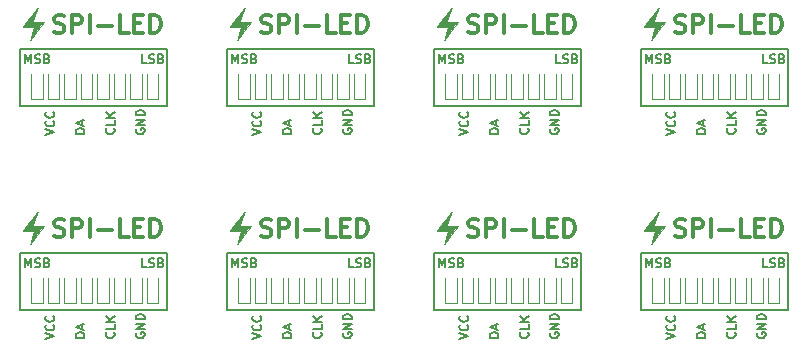
<source format=gto>
G04 #@! TF.FileFunction,Legend,Top*
%FSLAX46Y46*%
G04 Gerber Fmt 4.6, Leading zero omitted, Abs format (unit mm)*
G04 Created by KiCad (PCBNEW 4.0.5+dfsg1-4) date Sat May  5 18:48:22 2018*
%MOMM*%
%LPD*%
G01*
G04 APERTURE LIST*
%ADD10C,0.100000*%
%ADD11C,0.300000*%
%ADD12C,0.150000*%
%ADD13C,0.200000*%
%ADD14C,0.120000*%
%ADD15C,0.010000*%
G04 APERTURE END LIST*
D10*
D11*
X197430000Y-125575143D02*
X197644286Y-125646571D01*
X198001429Y-125646571D01*
X198144286Y-125575143D01*
X198215715Y-125503714D01*
X198287143Y-125360857D01*
X198287143Y-125218000D01*
X198215715Y-125075143D01*
X198144286Y-125003714D01*
X198001429Y-124932286D01*
X197715715Y-124860857D01*
X197572857Y-124789429D01*
X197501429Y-124718000D01*
X197430000Y-124575143D01*
X197430000Y-124432286D01*
X197501429Y-124289429D01*
X197572857Y-124218000D01*
X197715715Y-124146571D01*
X198072857Y-124146571D01*
X198287143Y-124218000D01*
X198930000Y-125646571D02*
X198930000Y-124146571D01*
X199501428Y-124146571D01*
X199644286Y-124218000D01*
X199715714Y-124289429D01*
X199787143Y-124432286D01*
X199787143Y-124646571D01*
X199715714Y-124789429D01*
X199644286Y-124860857D01*
X199501428Y-124932286D01*
X198930000Y-124932286D01*
X200430000Y-125646571D02*
X200430000Y-124146571D01*
X201144286Y-125075143D02*
X202287143Y-125075143D01*
X203715715Y-125646571D02*
X203001429Y-125646571D01*
X203001429Y-124146571D01*
X204215715Y-124860857D02*
X204715715Y-124860857D01*
X204930001Y-125646571D02*
X204215715Y-125646571D01*
X204215715Y-124146571D01*
X204930001Y-124146571D01*
X205572858Y-125646571D02*
X205572858Y-124146571D01*
X205930001Y-124146571D01*
X206144286Y-124218000D01*
X206287144Y-124360857D01*
X206358572Y-124503714D01*
X206430001Y-124789429D01*
X206430001Y-125003714D01*
X206358572Y-125289429D01*
X206287144Y-125432286D01*
X206144286Y-125575143D01*
X205930001Y-125646571D01*
X205572858Y-125646571D01*
D12*
X205240000Y-128228286D02*
X204882857Y-128228286D01*
X204882857Y-127478286D01*
X205454286Y-128192571D02*
X205561429Y-128228286D01*
X205740000Y-128228286D01*
X205811429Y-128192571D01*
X205847143Y-128156857D01*
X205882858Y-128085429D01*
X205882858Y-128014000D01*
X205847143Y-127942571D01*
X205811429Y-127906857D01*
X205740000Y-127871143D01*
X205597143Y-127835429D01*
X205525715Y-127799714D01*
X205490000Y-127764000D01*
X205454286Y-127692571D01*
X205454286Y-127621143D01*
X205490000Y-127549714D01*
X205525715Y-127514000D01*
X205597143Y-127478286D01*
X205775715Y-127478286D01*
X205882858Y-127514000D01*
X206454286Y-127835429D02*
X206561429Y-127871143D01*
X206597144Y-127906857D01*
X206632858Y-127978286D01*
X206632858Y-128085429D01*
X206597144Y-128156857D01*
X206561429Y-128192571D01*
X206490001Y-128228286D01*
X206204286Y-128228286D01*
X206204286Y-127478286D01*
X206454286Y-127478286D01*
X206525715Y-127514000D01*
X206561429Y-127549714D01*
X206597144Y-127621143D01*
X206597144Y-127692571D01*
X206561429Y-127764000D01*
X206525715Y-127799714D01*
X206454286Y-127835429D01*
X206204286Y-127835429D01*
D13*
X207010000Y-127000000D02*
X194564000Y-127000000D01*
X194564000Y-131826000D02*
X207010000Y-131826000D01*
D12*
X194978857Y-128228286D02*
X194978857Y-127478286D01*
X195228857Y-128014000D01*
X195478857Y-127478286D01*
X195478857Y-128228286D01*
X195800286Y-128192571D02*
X195907429Y-128228286D01*
X196086000Y-128228286D01*
X196157429Y-128192571D01*
X196193143Y-128156857D01*
X196228858Y-128085429D01*
X196228858Y-128014000D01*
X196193143Y-127942571D01*
X196157429Y-127906857D01*
X196086000Y-127871143D01*
X195943143Y-127835429D01*
X195871715Y-127799714D01*
X195836000Y-127764000D01*
X195800286Y-127692571D01*
X195800286Y-127621143D01*
X195836000Y-127549714D01*
X195871715Y-127514000D01*
X195943143Y-127478286D01*
X196121715Y-127478286D01*
X196228858Y-127514000D01*
X196800286Y-127835429D02*
X196907429Y-127871143D01*
X196943144Y-127906857D01*
X196978858Y-127978286D01*
X196978858Y-128085429D01*
X196943144Y-128156857D01*
X196907429Y-128192571D01*
X196836001Y-128228286D01*
X196550286Y-128228286D01*
X196550286Y-127478286D01*
X196800286Y-127478286D01*
X196871715Y-127514000D01*
X196907429Y-127549714D01*
X196943144Y-127621143D01*
X196943144Y-127692571D01*
X196907429Y-127764000D01*
X196871715Y-127799714D01*
X196800286Y-127835429D01*
X196550286Y-127835429D01*
D13*
X194564000Y-127000000D02*
X194564000Y-131826000D01*
D12*
X196678286Y-134294571D02*
X197428286Y-134044571D01*
X196678286Y-133794571D01*
X197356857Y-133116000D02*
X197392571Y-133151714D01*
X197428286Y-133258857D01*
X197428286Y-133330286D01*
X197392571Y-133437429D01*
X197321143Y-133508857D01*
X197249714Y-133544572D01*
X197106857Y-133580286D01*
X196999714Y-133580286D01*
X196856857Y-133544572D01*
X196785429Y-133508857D01*
X196714000Y-133437429D01*
X196678286Y-133330286D01*
X196678286Y-133258857D01*
X196714000Y-133151714D01*
X196749714Y-133116000D01*
X197356857Y-132366000D02*
X197392571Y-132401714D01*
X197428286Y-132508857D01*
X197428286Y-132580286D01*
X197392571Y-132687429D01*
X197321143Y-132758857D01*
X197249714Y-132794572D01*
X197106857Y-132830286D01*
X196999714Y-132830286D01*
X196856857Y-132794572D01*
X196785429Y-132758857D01*
X196714000Y-132687429D01*
X196678286Y-132580286D01*
X196678286Y-132508857D01*
X196714000Y-132401714D01*
X196749714Y-132366000D01*
X199978286Y-134187429D02*
X199228286Y-134187429D01*
X199228286Y-134008857D01*
X199264000Y-133901714D01*
X199335429Y-133830286D01*
X199406857Y-133794571D01*
X199549714Y-133758857D01*
X199656857Y-133758857D01*
X199799714Y-133794571D01*
X199871143Y-133830286D01*
X199942571Y-133901714D01*
X199978286Y-134008857D01*
X199978286Y-134187429D01*
X199764000Y-133473143D02*
X199764000Y-133116000D01*
X199978286Y-133544571D02*
X199228286Y-133294571D01*
X199978286Y-133044571D01*
X202456857Y-133758857D02*
X202492571Y-133794571D01*
X202528286Y-133901714D01*
X202528286Y-133973143D01*
X202492571Y-134080286D01*
X202421143Y-134151714D01*
X202349714Y-134187429D01*
X202206857Y-134223143D01*
X202099714Y-134223143D01*
X201956857Y-134187429D01*
X201885429Y-134151714D01*
X201814000Y-134080286D01*
X201778286Y-133973143D01*
X201778286Y-133901714D01*
X201814000Y-133794571D01*
X201849714Y-133758857D01*
X202528286Y-133080286D02*
X202528286Y-133437429D01*
X201778286Y-133437429D01*
X202528286Y-132830286D02*
X201778286Y-132830286D01*
X202528286Y-132401714D02*
X202099714Y-132723143D01*
X201778286Y-132401714D02*
X202206857Y-132830286D01*
X204364000Y-133794571D02*
X204328286Y-133866000D01*
X204328286Y-133973143D01*
X204364000Y-134080286D01*
X204435429Y-134151714D01*
X204506857Y-134187429D01*
X204649714Y-134223143D01*
X204756857Y-134223143D01*
X204899714Y-134187429D01*
X204971143Y-134151714D01*
X205042571Y-134080286D01*
X205078286Y-133973143D01*
X205078286Y-133901714D01*
X205042571Y-133794571D01*
X205006857Y-133758857D01*
X204756857Y-133758857D01*
X204756857Y-133901714D01*
X205078286Y-133437429D02*
X204328286Y-133437429D01*
X205078286Y-133008857D01*
X204328286Y-133008857D01*
X205078286Y-132651715D02*
X204328286Y-132651715D01*
X204328286Y-132473143D01*
X204364000Y-132366000D01*
X204435429Y-132294572D01*
X204506857Y-132258857D01*
X204649714Y-132223143D01*
X204756857Y-132223143D01*
X204899714Y-132258857D01*
X204971143Y-132294572D01*
X205042571Y-132366000D01*
X205078286Y-132473143D01*
X205078286Y-132651715D01*
D13*
X207010000Y-131826000D02*
X207010000Y-127000000D01*
X171958000Y-131826000D02*
X171958000Y-127000000D01*
D12*
X170188000Y-128228286D02*
X169830857Y-128228286D01*
X169830857Y-127478286D01*
X170402286Y-128192571D02*
X170509429Y-128228286D01*
X170688000Y-128228286D01*
X170759429Y-128192571D01*
X170795143Y-128156857D01*
X170830858Y-128085429D01*
X170830858Y-128014000D01*
X170795143Y-127942571D01*
X170759429Y-127906857D01*
X170688000Y-127871143D01*
X170545143Y-127835429D01*
X170473715Y-127799714D01*
X170438000Y-127764000D01*
X170402286Y-127692571D01*
X170402286Y-127621143D01*
X170438000Y-127549714D01*
X170473715Y-127514000D01*
X170545143Y-127478286D01*
X170723715Y-127478286D01*
X170830858Y-127514000D01*
X171402286Y-127835429D02*
X171509429Y-127871143D01*
X171545144Y-127906857D01*
X171580858Y-127978286D01*
X171580858Y-128085429D01*
X171545144Y-128156857D01*
X171509429Y-128192571D01*
X171438001Y-128228286D01*
X171152286Y-128228286D01*
X171152286Y-127478286D01*
X171402286Y-127478286D01*
X171473715Y-127514000D01*
X171509429Y-127549714D01*
X171545144Y-127621143D01*
X171545144Y-127692571D01*
X171509429Y-127764000D01*
X171473715Y-127799714D01*
X171402286Y-127835429D01*
X171152286Y-127835429D01*
X161626286Y-134294571D02*
X162376286Y-134044571D01*
X161626286Y-133794571D01*
X162304857Y-133116000D02*
X162340571Y-133151714D01*
X162376286Y-133258857D01*
X162376286Y-133330286D01*
X162340571Y-133437429D01*
X162269143Y-133508857D01*
X162197714Y-133544572D01*
X162054857Y-133580286D01*
X161947714Y-133580286D01*
X161804857Y-133544572D01*
X161733429Y-133508857D01*
X161662000Y-133437429D01*
X161626286Y-133330286D01*
X161626286Y-133258857D01*
X161662000Y-133151714D01*
X161697714Y-133116000D01*
X162304857Y-132366000D02*
X162340571Y-132401714D01*
X162376286Y-132508857D01*
X162376286Y-132580286D01*
X162340571Y-132687429D01*
X162269143Y-132758857D01*
X162197714Y-132794572D01*
X162054857Y-132830286D01*
X161947714Y-132830286D01*
X161804857Y-132794572D01*
X161733429Y-132758857D01*
X161662000Y-132687429D01*
X161626286Y-132580286D01*
X161626286Y-132508857D01*
X161662000Y-132401714D01*
X161697714Y-132366000D01*
X164926286Y-134187429D02*
X164176286Y-134187429D01*
X164176286Y-134008857D01*
X164212000Y-133901714D01*
X164283429Y-133830286D01*
X164354857Y-133794571D01*
X164497714Y-133758857D01*
X164604857Y-133758857D01*
X164747714Y-133794571D01*
X164819143Y-133830286D01*
X164890571Y-133901714D01*
X164926286Y-134008857D01*
X164926286Y-134187429D01*
X164712000Y-133473143D02*
X164712000Y-133116000D01*
X164926286Y-133544571D02*
X164176286Y-133294571D01*
X164926286Y-133044571D01*
X167404857Y-133758857D02*
X167440571Y-133794571D01*
X167476286Y-133901714D01*
X167476286Y-133973143D01*
X167440571Y-134080286D01*
X167369143Y-134151714D01*
X167297714Y-134187429D01*
X167154857Y-134223143D01*
X167047714Y-134223143D01*
X166904857Y-134187429D01*
X166833429Y-134151714D01*
X166762000Y-134080286D01*
X166726286Y-133973143D01*
X166726286Y-133901714D01*
X166762000Y-133794571D01*
X166797714Y-133758857D01*
X167476286Y-133080286D02*
X167476286Y-133437429D01*
X166726286Y-133437429D01*
X167476286Y-132830286D02*
X166726286Y-132830286D01*
X167476286Y-132401714D02*
X167047714Y-132723143D01*
X166726286Y-132401714D02*
X167154857Y-132830286D01*
X169312000Y-133794571D02*
X169276286Y-133866000D01*
X169276286Y-133973143D01*
X169312000Y-134080286D01*
X169383429Y-134151714D01*
X169454857Y-134187429D01*
X169597714Y-134223143D01*
X169704857Y-134223143D01*
X169847714Y-134187429D01*
X169919143Y-134151714D01*
X169990571Y-134080286D01*
X170026286Y-133973143D01*
X170026286Y-133901714D01*
X169990571Y-133794571D01*
X169954857Y-133758857D01*
X169704857Y-133758857D01*
X169704857Y-133901714D01*
X170026286Y-133437429D02*
X169276286Y-133437429D01*
X170026286Y-133008857D01*
X169276286Y-133008857D01*
X170026286Y-132651715D02*
X169276286Y-132651715D01*
X169276286Y-132473143D01*
X169312000Y-132366000D01*
X169383429Y-132294572D01*
X169454857Y-132258857D01*
X169597714Y-132223143D01*
X169704857Y-132223143D01*
X169847714Y-132258857D01*
X169919143Y-132294572D01*
X169990571Y-132366000D01*
X170026286Y-132473143D01*
X170026286Y-132651715D01*
D13*
X171958000Y-127000000D02*
X159512000Y-127000000D01*
X159512000Y-131826000D02*
X171958000Y-131826000D01*
D11*
X162378000Y-125575143D02*
X162592286Y-125646571D01*
X162949429Y-125646571D01*
X163092286Y-125575143D01*
X163163715Y-125503714D01*
X163235143Y-125360857D01*
X163235143Y-125218000D01*
X163163715Y-125075143D01*
X163092286Y-125003714D01*
X162949429Y-124932286D01*
X162663715Y-124860857D01*
X162520857Y-124789429D01*
X162449429Y-124718000D01*
X162378000Y-124575143D01*
X162378000Y-124432286D01*
X162449429Y-124289429D01*
X162520857Y-124218000D01*
X162663715Y-124146571D01*
X163020857Y-124146571D01*
X163235143Y-124218000D01*
X163878000Y-125646571D02*
X163878000Y-124146571D01*
X164449428Y-124146571D01*
X164592286Y-124218000D01*
X164663714Y-124289429D01*
X164735143Y-124432286D01*
X164735143Y-124646571D01*
X164663714Y-124789429D01*
X164592286Y-124860857D01*
X164449428Y-124932286D01*
X163878000Y-124932286D01*
X165378000Y-125646571D02*
X165378000Y-124146571D01*
X166092286Y-125075143D02*
X167235143Y-125075143D01*
X168663715Y-125646571D02*
X167949429Y-125646571D01*
X167949429Y-124146571D01*
X169163715Y-124860857D02*
X169663715Y-124860857D01*
X169878001Y-125646571D02*
X169163715Y-125646571D01*
X169163715Y-124146571D01*
X169878001Y-124146571D01*
X170520858Y-125646571D02*
X170520858Y-124146571D01*
X170878001Y-124146571D01*
X171092286Y-124218000D01*
X171235144Y-124360857D01*
X171306572Y-124503714D01*
X171378001Y-124789429D01*
X171378001Y-125003714D01*
X171306572Y-125289429D01*
X171235144Y-125432286D01*
X171092286Y-125575143D01*
X170878001Y-125646571D01*
X170520858Y-125646571D01*
D12*
X159926857Y-128228286D02*
X159926857Y-127478286D01*
X160176857Y-128014000D01*
X160426857Y-127478286D01*
X160426857Y-128228286D01*
X160748286Y-128192571D02*
X160855429Y-128228286D01*
X161034000Y-128228286D01*
X161105429Y-128192571D01*
X161141143Y-128156857D01*
X161176858Y-128085429D01*
X161176858Y-128014000D01*
X161141143Y-127942571D01*
X161105429Y-127906857D01*
X161034000Y-127871143D01*
X160891143Y-127835429D01*
X160819715Y-127799714D01*
X160784000Y-127764000D01*
X160748286Y-127692571D01*
X160748286Y-127621143D01*
X160784000Y-127549714D01*
X160819715Y-127514000D01*
X160891143Y-127478286D01*
X161069715Y-127478286D01*
X161176858Y-127514000D01*
X161748286Y-127835429D02*
X161855429Y-127871143D01*
X161891144Y-127906857D01*
X161926858Y-127978286D01*
X161926858Y-128085429D01*
X161891144Y-128156857D01*
X161855429Y-128192571D01*
X161784001Y-128228286D01*
X161498286Y-128228286D01*
X161498286Y-127478286D01*
X161748286Y-127478286D01*
X161819715Y-127514000D01*
X161855429Y-127549714D01*
X161891144Y-127621143D01*
X161891144Y-127692571D01*
X161855429Y-127764000D01*
X161819715Y-127799714D01*
X161748286Y-127835429D01*
X161498286Y-127835429D01*
D13*
X159512000Y-127000000D02*
X159512000Y-131826000D01*
D12*
X152662000Y-128228286D02*
X152304857Y-128228286D01*
X152304857Y-127478286D01*
X152876286Y-128192571D02*
X152983429Y-128228286D01*
X153162000Y-128228286D01*
X153233429Y-128192571D01*
X153269143Y-128156857D01*
X153304858Y-128085429D01*
X153304858Y-128014000D01*
X153269143Y-127942571D01*
X153233429Y-127906857D01*
X153162000Y-127871143D01*
X153019143Y-127835429D01*
X152947715Y-127799714D01*
X152912000Y-127764000D01*
X152876286Y-127692571D01*
X152876286Y-127621143D01*
X152912000Y-127549714D01*
X152947715Y-127514000D01*
X153019143Y-127478286D01*
X153197715Y-127478286D01*
X153304858Y-127514000D01*
X153876286Y-127835429D02*
X153983429Y-127871143D01*
X154019144Y-127906857D01*
X154054858Y-127978286D01*
X154054858Y-128085429D01*
X154019144Y-128156857D01*
X153983429Y-128192571D01*
X153912001Y-128228286D01*
X153626286Y-128228286D01*
X153626286Y-127478286D01*
X153876286Y-127478286D01*
X153947715Y-127514000D01*
X153983429Y-127549714D01*
X154019144Y-127621143D01*
X154019144Y-127692571D01*
X153983429Y-127764000D01*
X153947715Y-127799714D01*
X153876286Y-127835429D01*
X153626286Y-127835429D01*
D13*
X154432000Y-127000000D02*
X141986000Y-127000000D01*
D12*
X142400857Y-128228286D02*
X142400857Y-127478286D01*
X142650857Y-128014000D01*
X142900857Y-127478286D01*
X142900857Y-128228286D01*
X143222286Y-128192571D02*
X143329429Y-128228286D01*
X143508000Y-128228286D01*
X143579429Y-128192571D01*
X143615143Y-128156857D01*
X143650858Y-128085429D01*
X143650858Y-128014000D01*
X143615143Y-127942571D01*
X143579429Y-127906857D01*
X143508000Y-127871143D01*
X143365143Y-127835429D01*
X143293715Y-127799714D01*
X143258000Y-127764000D01*
X143222286Y-127692571D01*
X143222286Y-127621143D01*
X143258000Y-127549714D01*
X143293715Y-127514000D01*
X143365143Y-127478286D01*
X143543715Y-127478286D01*
X143650858Y-127514000D01*
X144222286Y-127835429D02*
X144329429Y-127871143D01*
X144365144Y-127906857D01*
X144400858Y-127978286D01*
X144400858Y-128085429D01*
X144365144Y-128156857D01*
X144329429Y-128192571D01*
X144258001Y-128228286D01*
X143972286Y-128228286D01*
X143972286Y-127478286D01*
X144222286Y-127478286D01*
X144293715Y-127514000D01*
X144329429Y-127549714D01*
X144365144Y-127621143D01*
X144365144Y-127692571D01*
X144329429Y-127764000D01*
X144293715Y-127799714D01*
X144222286Y-127835429D01*
X143972286Y-127835429D01*
D13*
X141986000Y-127000000D02*
X141986000Y-131826000D01*
D11*
X144852000Y-125575143D02*
X145066286Y-125646571D01*
X145423429Y-125646571D01*
X145566286Y-125575143D01*
X145637715Y-125503714D01*
X145709143Y-125360857D01*
X145709143Y-125218000D01*
X145637715Y-125075143D01*
X145566286Y-125003714D01*
X145423429Y-124932286D01*
X145137715Y-124860857D01*
X144994857Y-124789429D01*
X144923429Y-124718000D01*
X144852000Y-124575143D01*
X144852000Y-124432286D01*
X144923429Y-124289429D01*
X144994857Y-124218000D01*
X145137715Y-124146571D01*
X145494857Y-124146571D01*
X145709143Y-124218000D01*
X146352000Y-125646571D02*
X146352000Y-124146571D01*
X146923428Y-124146571D01*
X147066286Y-124218000D01*
X147137714Y-124289429D01*
X147209143Y-124432286D01*
X147209143Y-124646571D01*
X147137714Y-124789429D01*
X147066286Y-124860857D01*
X146923428Y-124932286D01*
X146352000Y-124932286D01*
X147852000Y-125646571D02*
X147852000Y-124146571D01*
X148566286Y-125075143D02*
X149709143Y-125075143D01*
X151137715Y-125646571D02*
X150423429Y-125646571D01*
X150423429Y-124146571D01*
X151637715Y-124860857D02*
X152137715Y-124860857D01*
X152352001Y-125646571D02*
X151637715Y-125646571D01*
X151637715Y-124146571D01*
X152352001Y-124146571D01*
X152994858Y-125646571D02*
X152994858Y-124146571D01*
X153352001Y-124146571D01*
X153566286Y-124218000D01*
X153709144Y-124360857D01*
X153780572Y-124503714D01*
X153852001Y-124789429D01*
X153852001Y-125003714D01*
X153780572Y-125289429D01*
X153709144Y-125432286D01*
X153566286Y-125575143D01*
X153352001Y-125646571D01*
X152994858Y-125646571D01*
D13*
X154432000Y-131826000D02*
X154432000Y-127000000D01*
X141986000Y-131826000D02*
X154432000Y-131826000D01*
D12*
X144100286Y-134294571D02*
X144850286Y-134044571D01*
X144100286Y-133794571D01*
X144778857Y-133116000D02*
X144814571Y-133151714D01*
X144850286Y-133258857D01*
X144850286Y-133330286D01*
X144814571Y-133437429D01*
X144743143Y-133508857D01*
X144671714Y-133544572D01*
X144528857Y-133580286D01*
X144421714Y-133580286D01*
X144278857Y-133544572D01*
X144207429Y-133508857D01*
X144136000Y-133437429D01*
X144100286Y-133330286D01*
X144100286Y-133258857D01*
X144136000Y-133151714D01*
X144171714Y-133116000D01*
X144778857Y-132366000D02*
X144814571Y-132401714D01*
X144850286Y-132508857D01*
X144850286Y-132580286D01*
X144814571Y-132687429D01*
X144743143Y-132758857D01*
X144671714Y-132794572D01*
X144528857Y-132830286D01*
X144421714Y-132830286D01*
X144278857Y-132794572D01*
X144207429Y-132758857D01*
X144136000Y-132687429D01*
X144100286Y-132580286D01*
X144100286Y-132508857D01*
X144136000Y-132401714D01*
X144171714Y-132366000D01*
X147400286Y-134187429D02*
X146650286Y-134187429D01*
X146650286Y-134008857D01*
X146686000Y-133901714D01*
X146757429Y-133830286D01*
X146828857Y-133794571D01*
X146971714Y-133758857D01*
X147078857Y-133758857D01*
X147221714Y-133794571D01*
X147293143Y-133830286D01*
X147364571Y-133901714D01*
X147400286Y-134008857D01*
X147400286Y-134187429D01*
X147186000Y-133473143D02*
X147186000Y-133116000D01*
X147400286Y-133544571D02*
X146650286Y-133294571D01*
X147400286Y-133044571D01*
X149878857Y-133758857D02*
X149914571Y-133794571D01*
X149950286Y-133901714D01*
X149950286Y-133973143D01*
X149914571Y-134080286D01*
X149843143Y-134151714D01*
X149771714Y-134187429D01*
X149628857Y-134223143D01*
X149521714Y-134223143D01*
X149378857Y-134187429D01*
X149307429Y-134151714D01*
X149236000Y-134080286D01*
X149200286Y-133973143D01*
X149200286Y-133901714D01*
X149236000Y-133794571D01*
X149271714Y-133758857D01*
X149950286Y-133080286D02*
X149950286Y-133437429D01*
X149200286Y-133437429D01*
X149950286Y-132830286D02*
X149200286Y-132830286D01*
X149950286Y-132401714D02*
X149521714Y-132723143D01*
X149200286Y-132401714D02*
X149628857Y-132830286D01*
X151786000Y-133794571D02*
X151750286Y-133866000D01*
X151750286Y-133973143D01*
X151786000Y-134080286D01*
X151857429Y-134151714D01*
X151928857Y-134187429D01*
X152071714Y-134223143D01*
X152178857Y-134223143D01*
X152321714Y-134187429D01*
X152393143Y-134151714D01*
X152464571Y-134080286D01*
X152500286Y-133973143D01*
X152500286Y-133901714D01*
X152464571Y-133794571D01*
X152428857Y-133758857D01*
X152178857Y-133758857D01*
X152178857Y-133901714D01*
X152500286Y-133437429D02*
X151750286Y-133437429D01*
X152500286Y-133008857D01*
X151750286Y-133008857D01*
X152500286Y-132651715D02*
X151750286Y-132651715D01*
X151750286Y-132473143D01*
X151786000Y-132366000D01*
X151857429Y-132294572D01*
X151928857Y-132258857D01*
X152071714Y-132223143D01*
X152178857Y-132223143D01*
X152321714Y-132258857D01*
X152393143Y-132294572D01*
X152464571Y-132366000D01*
X152500286Y-132473143D01*
X152500286Y-132651715D01*
X177452857Y-128228286D02*
X177452857Y-127478286D01*
X177702857Y-128014000D01*
X177952857Y-127478286D01*
X177952857Y-128228286D01*
X178274286Y-128192571D02*
X178381429Y-128228286D01*
X178560000Y-128228286D01*
X178631429Y-128192571D01*
X178667143Y-128156857D01*
X178702858Y-128085429D01*
X178702858Y-128014000D01*
X178667143Y-127942571D01*
X178631429Y-127906857D01*
X178560000Y-127871143D01*
X178417143Y-127835429D01*
X178345715Y-127799714D01*
X178310000Y-127764000D01*
X178274286Y-127692571D01*
X178274286Y-127621143D01*
X178310000Y-127549714D01*
X178345715Y-127514000D01*
X178417143Y-127478286D01*
X178595715Y-127478286D01*
X178702858Y-127514000D01*
X179274286Y-127835429D02*
X179381429Y-127871143D01*
X179417144Y-127906857D01*
X179452858Y-127978286D01*
X179452858Y-128085429D01*
X179417144Y-128156857D01*
X179381429Y-128192571D01*
X179310001Y-128228286D01*
X179024286Y-128228286D01*
X179024286Y-127478286D01*
X179274286Y-127478286D01*
X179345715Y-127514000D01*
X179381429Y-127549714D01*
X179417144Y-127621143D01*
X179417144Y-127692571D01*
X179381429Y-127764000D01*
X179345715Y-127799714D01*
X179274286Y-127835429D01*
X179024286Y-127835429D01*
D13*
X177038000Y-127000000D02*
X177038000Y-131826000D01*
X189484000Y-131826000D02*
X189484000Y-127000000D01*
D11*
X179904000Y-125575143D02*
X180118286Y-125646571D01*
X180475429Y-125646571D01*
X180618286Y-125575143D01*
X180689715Y-125503714D01*
X180761143Y-125360857D01*
X180761143Y-125218000D01*
X180689715Y-125075143D01*
X180618286Y-125003714D01*
X180475429Y-124932286D01*
X180189715Y-124860857D01*
X180046857Y-124789429D01*
X179975429Y-124718000D01*
X179904000Y-124575143D01*
X179904000Y-124432286D01*
X179975429Y-124289429D01*
X180046857Y-124218000D01*
X180189715Y-124146571D01*
X180546857Y-124146571D01*
X180761143Y-124218000D01*
X181404000Y-125646571D02*
X181404000Y-124146571D01*
X181975428Y-124146571D01*
X182118286Y-124218000D01*
X182189714Y-124289429D01*
X182261143Y-124432286D01*
X182261143Y-124646571D01*
X182189714Y-124789429D01*
X182118286Y-124860857D01*
X181975428Y-124932286D01*
X181404000Y-124932286D01*
X182904000Y-125646571D02*
X182904000Y-124146571D01*
X183618286Y-125075143D02*
X184761143Y-125075143D01*
X186189715Y-125646571D02*
X185475429Y-125646571D01*
X185475429Y-124146571D01*
X186689715Y-124860857D02*
X187189715Y-124860857D01*
X187404001Y-125646571D02*
X186689715Y-125646571D01*
X186689715Y-124146571D01*
X187404001Y-124146571D01*
X188046858Y-125646571D02*
X188046858Y-124146571D01*
X188404001Y-124146571D01*
X188618286Y-124218000D01*
X188761144Y-124360857D01*
X188832572Y-124503714D01*
X188904001Y-124789429D01*
X188904001Y-125003714D01*
X188832572Y-125289429D01*
X188761144Y-125432286D01*
X188618286Y-125575143D01*
X188404001Y-125646571D01*
X188046858Y-125646571D01*
D13*
X177038000Y-131826000D02*
X189484000Y-131826000D01*
D12*
X187714000Y-128228286D02*
X187356857Y-128228286D01*
X187356857Y-127478286D01*
X187928286Y-128192571D02*
X188035429Y-128228286D01*
X188214000Y-128228286D01*
X188285429Y-128192571D01*
X188321143Y-128156857D01*
X188356858Y-128085429D01*
X188356858Y-128014000D01*
X188321143Y-127942571D01*
X188285429Y-127906857D01*
X188214000Y-127871143D01*
X188071143Y-127835429D01*
X187999715Y-127799714D01*
X187964000Y-127764000D01*
X187928286Y-127692571D01*
X187928286Y-127621143D01*
X187964000Y-127549714D01*
X187999715Y-127514000D01*
X188071143Y-127478286D01*
X188249715Y-127478286D01*
X188356858Y-127514000D01*
X188928286Y-127835429D02*
X189035429Y-127871143D01*
X189071144Y-127906857D01*
X189106858Y-127978286D01*
X189106858Y-128085429D01*
X189071144Y-128156857D01*
X189035429Y-128192571D01*
X188964001Y-128228286D01*
X188678286Y-128228286D01*
X188678286Y-127478286D01*
X188928286Y-127478286D01*
X188999715Y-127514000D01*
X189035429Y-127549714D01*
X189071144Y-127621143D01*
X189071144Y-127692571D01*
X189035429Y-127764000D01*
X188999715Y-127799714D01*
X188928286Y-127835429D01*
X188678286Y-127835429D01*
D13*
X189484000Y-127000000D02*
X177038000Y-127000000D01*
D12*
X179152286Y-134294571D02*
X179902286Y-134044571D01*
X179152286Y-133794571D01*
X179830857Y-133116000D02*
X179866571Y-133151714D01*
X179902286Y-133258857D01*
X179902286Y-133330286D01*
X179866571Y-133437429D01*
X179795143Y-133508857D01*
X179723714Y-133544572D01*
X179580857Y-133580286D01*
X179473714Y-133580286D01*
X179330857Y-133544572D01*
X179259429Y-133508857D01*
X179188000Y-133437429D01*
X179152286Y-133330286D01*
X179152286Y-133258857D01*
X179188000Y-133151714D01*
X179223714Y-133116000D01*
X179830857Y-132366000D02*
X179866571Y-132401714D01*
X179902286Y-132508857D01*
X179902286Y-132580286D01*
X179866571Y-132687429D01*
X179795143Y-132758857D01*
X179723714Y-132794572D01*
X179580857Y-132830286D01*
X179473714Y-132830286D01*
X179330857Y-132794572D01*
X179259429Y-132758857D01*
X179188000Y-132687429D01*
X179152286Y-132580286D01*
X179152286Y-132508857D01*
X179188000Y-132401714D01*
X179223714Y-132366000D01*
X182452286Y-134187429D02*
X181702286Y-134187429D01*
X181702286Y-134008857D01*
X181738000Y-133901714D01*
X181809429Y-133830286D01*
X181880857Y-133794571D01*
X182023714Y-133758857D01*
X182130857Y-133758857D01*
X182273714Y-133794571D01*
X182345143Y-133830286D01*
X182416571Y-133901714D01*
X182452286Y-134008857D01*
X182452286Y-134187429D01*
X182238000Y-133473143D02*
X182238000Y-133116000D01*
X182452286Y-133544571D02*
X181702286Y-133294571D01*
X182452286Y-133044571D01*
X184930857Y-133758857D02*
X184966571Y-133794571D01*
X185002286Y-133901714D01*
X185002286Y-133973143D01*
X184966571Y-134080286D01*
X184895143Y-134151714D01*
X184823714Y-134187429D01*
X184680857Y-134223143D01*
X184573714Y-134223143D01*
X184430857Y-134187429D01*
X184359429Y-134151714D01*
X184288000Y-134080286D01*
X184252286Y-133973143D01*
X184252286Y-133901714D01*
X184288000Y-133794571D01*
X184323714Y-133758857D01*
X185002286Y-133080286D02*
X185002286Y-133437429D01*
X184252286Y-133437429D01*
X185002286Y-132830286D02*
X184252286Y-132830286D01*
X185002286Y-132401714D02*
X184573714Y-132723143D01*
X184252286Y-132401714D02*
X184680857Y-132830286D01*
X186838000Y-133794571D02*
X186802286Y-133866000D01*
X186802286Y-133973143D01*
X186838000Y-134080286D01*
X186909429Y-134151714D01*
X186980857Y-134187429D01*
X187123714Y-134223143D01*
X187230857Y-134223143D01*
X187373714Y-134187429D01*
X187445143Y-134151714D01*
X187516571Y-134080286D01*
X187552286Y-133973143D01*
X187552286Y-133901714D01*
X187516571Y-133794571D01*
X187480857Y-133758857D01*
X187230857Y-133758857D01*
X187230857Y-133901714D01*
X187552286Y-133437429D02*
X186802286Y-133437429D01*
X187552286Y-133008857D01*
X186802286Y-133008857D01*
X187552286Y-132651715D02*
X186802286Y-132651715D01*
X186802286Y-132473143D01*
X186838000Y-132366000D01*
X186909429Y-132294572D01*
X186980857Y-132258857D01*
X187123714Y-132223143D01*
X187230857Y-132223143D01*
X187373714Y-132258857D01*
X187445143Y-132294572D01*
X187516571Y-132366000D01*
X187552286Y-132473143D01*
X187552286Y-132651715D01*
D13*
X177038000Y-109728000D02*
X177038000Y-114554000D01*
D11*
X179904000Y-108303143D02*
X180118286Y-108374571D01*
X180475429Y-108374571D01*
X180618286Y-108303143D01*
X180689715Y-108231714D01*
X180761143Y-108088857D01*
X180761143Y-107946000D01*
X180689715Y-107803143D01*
X180618286Y-107731714D01*
X180475429Y-107660286D01*
X180189715Y-107588857D01*
X180046857Y-107517429D01*
X179975429Y-107446000D01*
X179904000Y-107303143D01*
X179904000Y-107160286D01*
X179975429Y-107017429D01*
X180046857Y-106946000D01*
X180189715Y-106874571D01*
X180546857Y-106874571D01*
X180761143Y-106946000D01*
X181404000Y-108374571D02*
X181404000Y-106874571D01*
X181975428Y-106874571D01*
X182118286Y-106946000D01*
X182189714Y-107017429D01*
X182261143Y-107160286D01*
X182261143Y-107374571D01*
X182189714Y-107517429D01*
X182118286Y-107588857D01*
X181975428Y-107660286D01*
X181404000Y-107660286D01*
X182904000Y-108374571D02*
X182904000Y-106874571D01*
X183618286Y-107803143D02*
X184761143Y-107803143D01*
X186189715Y-108374571D02*
X185475429Y-108374571D01*
X185475429Y-106874571D01*
X186689715Y-107588857D02*
X187189715Y-107588857D01*
X187404001Y-108374571D02*
X186689715Y-108374571D01*
X186689715Y-106874571D01*
X187404001Y-106874571D01*
X188046858Y-108374571D02*
X188046858Y-106874571D01*
X188404001Y-106874571D01*
X188618286Y-106946000D01*
X188761144Y-107088857D01*
X188832572Y-107231714D01*
X188904001Y-107517429D01*
X188904001Y-107731714D01*
X188832572Y-108017429D01*
X188761144Y-108160286D01*
X188618286Y-108303143D01*
X188404001Y-108374571D01*
X188046858Y-108374571D01*
D13*
X189484000Y-109728000D02*
X177038000Y-109728000D01*
D12*
X177452857Y-110956286D02*
X177452857Y-110206286D01*
X177702857Y-110742000D01*
X177952857Y-110206286D01*
X177952857Y-110956286D01*
X178274286Y-110920571D02*
X178381429Y-110956286D01*
X178560000Y-110956286D01*
X178631429Y-110920571D01*
X178667143Y-110884857D01*
X178702858Y-110813429D01*
X178702858Y-110742000D01*
X178667143Y-110670571D01*
X178631429Y-110634857D01*
X178560000Y-110599143D01*
X178417143Y-110563429D01*
X178345715Y-110527714D01*
X178310000Y-110492000D01*
X178274286Y-110420571D01*
X178274286Y-110349143D01*
X178310000Y-110277714D01*
X178345715Y-110242000D01*
X178417143Y-110206286D01*
X178595715Y-110206286D01*
X178702858Y-110242000D01*
X179274286Y-110563429D02*
X179381429Y-110599143D01*
X179417144Y-110634857D01*
X179452858Y-110706286D01*
X179452858Y-110813429D01*
X179417144Y-110884857D01*
X179381429Y-110920571D01*
X179310001Y-110956286D01*
X179024286Y-110956286D01*
X179024286Y-110206286D01*
X179274286Y-110206286D01*
X179345715Y-110242000D01*
X179381429Y-110277714D01*
X179417144Y-110349143D01*
X179417144Y-110420571D01*
X179381429Y-110492000D01*
X179345715Y-110527714D01*
X179274286Y-110563429D01*
X179024286Y-110563429D01*
X179152286Y-117022571D02*
X179902286Y-116772571D01*
X179152286Y-116522571D01*
X179830857Y-115844000D02*
X179866571Y-115879714D01*
X179902286Y-115986857D01*
X179902286Y-116058286D01*
X179866571Y-116165429D01*
X179795143Y-116236857D01*
X179723714Y-116272572D01*
X179580857Y-116308286D01*
X179473714Y-116308286D01*
X179330857Y-116272572D01*
X179259429Y-116236857D01*
X179188000Y-116165429D01*
X179152286Y-116058286D01*
X179152286Y-115986857D01*
X179188000Y-115879714D01*
X179223714Y-115844000D01*
X179830857Y-115094000D02*
X179866571Y-115129714D01*
X179902286Y-115236857D01*
X179902286Y-115308286D01*
X179866571Y-115415429D01*
X179795143Y-115486857D01*
X179723714Y-115522572D01*
X179580857Y-115558286D01*
X179473714Y-115558286D01*
X179330857Y-115522572D01*
X179259429Y-115486857D01*
X179188000Y-115415429D01*
X179152286Y-115308286D01*
X179152286Y-115236857D01*
X179188000Y-115129714D01*
X179223714Y-115094000D01*
X182452286Y-116915429D02*
X181702286Y-116915429D01*
X181702286Y-116736857D01*
X181738000Y-116629714D01*
X181809429Y-116558286D01*
X181880857Y-116522571D01*
X182023714Y-116486857D01*
X182130857Y-116486857D01*
X182273714Y-116522571D01*
X182345143Y-116558286D01*
X182416571Y-116629714D01*
X182452286Y-116736857D01*
X182452286Y-116915429D01*
X182238000Y-116201143D02*
X182238000Y-115844000D01*
X182452286Y-116272571D02*
X181702286Y-116022571D01*
X182452286Y-115772571D01*
X184930857Y-116486857D02*
X184966571Y-116522571D01*
X185002286Y-116629714D01*
X185002286Y-116701143D01*
X184966571Y-116808286D01*
X184895143Y-116879714D01*
X184823714Y-116915429D01*
X184680857Y-116951143D01*
X184573714Y-116951143D01*
X184430857Y-116915429D01*
X184359429Y-116879714D01*
X184288000Y-116808286D01*
X184252286Y-116701143D01*
X184252286Y-116629714D01*
X184288000Y-116522571D01*
X184323714Y-116486857D01*
X185002286Y-115808286D02*
X185002286Y-116165429D01*
X184252286Y-116165429D01*
X185002286Y-115558286D02*
X184252286Y-115558286D01*
X185002286Y-115129714D02*
X184573714Y-115451143D01*
X184252286Y-115129714D02*
X184680857Y-115558286D01*
X186838000Y-116522571D02*
X186802286Y-116594000D01*
X186802286Y-116701143D01*
X186838000Y-116808286D01*
X186909429Y-116879714D01*
X186980857Y-116915429D01*
X187123714Y-116951143D01*
X187230857Y-116951143D01*
X187373714Y-116915429D01*
X187445143Y-116879714D01*
X187516571Y-116808286D01*
X187552286Y-116701143D01*
X187552286Y-116629714D01*
X187516571Y-116522571D01*
X187480857Y-116486857D01*
X187230857Y-116486857D01*
X187230857Y-116629714D01*
X187552286Y-116165429D02*
X186802286Y-116165429D01*
X187552286Y-115736857D01*
X186802286Y-115736857D01*
X187552286Y-115379715D02*
X186802286Y-115379715D01*
X186802286Y-115201143D01*
X186838000Y-115094000D01*
X186909429Y-115022572D01*
X186980857Y-114986857D01*
X187123714Y-114951143D01*
X187230857Y-114951143D01*
X187373714Y-114986857D01*
X187445143Y-115022572D01*
X187516571Y-115094000D01*
X187552286Y-115201143D01*
X187552286Y-115379715D01*
D13*
X177038000Y-114554000D02*
X189484000Y-114554000D01*
X189484000Y-114554000D02*
X189484000Y-109728000D01*
D12*
X187714000Y-110956286D02*
X187356857Y-110956286D01*
X187356857Y-110206286D01*
X187928286Y-110920571D02*
X188035429Y-110956286D01*
X188214000Y-110956286D01*
X188285429Y-110920571D01*
X188321143Y-110884857D01*
X188356858Y-110813429D01*
X188356858Y-110742000D01*
X188321143Y-110670571D01*
X188285429Y-110634857D01*
X188214000Y-110599143D01*
X188071143Y-110563429D01*
X187999715Y-110527714D01*
X187964000Y-110492000D01*
X187928286Y-110420571D01*
X187928286Y-110349143D01*
X187964000Y-110277714D01*
X187999715Y-110242000D01*
X188071143Y-110206286D01*
X188249715Y-110206286D01*
X188356858Y-110242000D01*
X188928286Y-110563429D02*
X189035429Y-110599143D01*
X189071144Y-110634857D01*
X189106858Y-110706286D01*
X189106858Y-110813429D01*
X189071144Y-110884857D01*
X189035429Y-110920571D01*
X188964001Y-110956286D01*
X188678286Y-110956286D01*
X188678286Y-110206286D01*
X188928286Y-110206286D01*
X188999715Y-110242000D01*
X189035429Y-110277714D01*
X189071144Y-110349143D01*
X189071144Y-110420571D01*
X189035429Y-110492000D01*
X188999715Y-110527714D01*
X188928286Y-110563429D01*
X188678286Y-110563429D01*
D13*
X194564000Y-109728000D02*
X194564000Y-114554000D01*
D12*
X196678286Y-117022571D02*
X197428286Y-116772571D01*
X196678286Y-116522571D01*
X197356857Y-115844000D02*
X197392571Y-115879714D01*
X197428286Y-115986857D01*
X197428286Y-116058286D01*
X197392571Y-116165429D01*
X197321143Y-116236857D01*
X197249714Y-116272572D01*
X197106857Y-116308286D01*
X196999714Y-116308286D01*
X196856857Y-116272572D01*
X196785429Y-116236857D01*
X196714000Y-116165429D01*
X196678286Y-116058286D01*
X196678286Y-115986857D01*
X196714000Y-115879714D01*
X196749714Y-115844000D01*
X197356857Y-115094000D02*
X197392571Y-115129714D01*
X197428286Y-115236857D01*
X197428286Y-115308286D01*
X197392571Y-115415429D01*
X197321143Y-115486857D01*
X197249714Y-115522572D01*
X197106857Y-115558286D01*
X196999714Y-115558286D01*
X196856857Y-115522572D01*
X196785429Y-115486857D01*
X196714000Y-115415429D01*
X196678286Y-115308286D01*
X196678286Y-115236857D01*
X196714000Y-115129714D01*
X196749714Y-115094000D01*
X199978286Y-116915429D02*
X199228286Y-116915429D01*
X199228286Y-116736857D01*
X199264000Y-116629714D01*
X199335429Y-116558286D01*
X199406857Y-116522571D01*
X199549714Y-116486857D01*
X199656857Y-116486857D01*
X199799714Y-116522571D01*
X199871143Y-116558286D01*
X199942571Y-116629714D01*
X199978286Y-116736857D01*
X199978286Y-116915429D01*
X199764000Y-116201143D02*
X199764000Y-115844000D01*
X199978286Y-116272571D02*
X199228286Y-116022571D01*
X199978286Y-115772571D01*
X202456857Y-116486857D02*
X202492571Y-116522571D01*
X202528286Y-116629714D01*
X202528286Y-116701143D01*
X202492571Y-116808286D01*
X202421143Y-116879714D01*
X202349714Y-116915429D01*
X202206857Y-116951143D01*
X202099714Y-116951143D01*
X201956857Y-116915429D01*
X201885429Y-116879714D01*
X201814000Y-116808286D01*
X201778286Y-116701143D01*
X201778286Y-116629714D01*
X201814000Y-116522571D01*
X201849714Y-116486857D01*
X202528286Y-115808286D02*
X202528286Y-116165429D01*
X201778286Y-116165429D01*
X202528286Y-115558286D02*
X201778286Y-115558286D01*
X202528286Y-115129714D02*
X202099714Y-115451143D01*
X201778286Y-115129714D02*
X202206857Y-115558286D01*
X204364000Y-116522571D02*
X204328286Y-116594000D01*
X204328286Y-116701143D01*
X204364000Y-116808286D01*
X204435429Y-116879714D01*
X204506857Y-116915429D01*
X204649714Y-116951143D01*
X204756857Y-116951143D01*
X204899714Y-116915429D01*
X204971143Y-116879714D01*
X205042571Y-116808286D01*
X205078286Y-116701143D01*
X205078286Y-116629714D01*
X205042571Y-116522571D01*
X205006857Y-116486857D01*
X204756857Y-116486857D01*
X204756857Y-116629714D01*
X205078286Y-116165429D02*
X204328286Y-116165429D01*
X205078286Y-115736857D01*
X204328286Y-115736857D01*
X205078286Y-115379715D02*
X204328286Y-115379715D01*
X204328286Y-115201143D01*
X204364000Y-115094000D01*
X204435429Y-115022572D01*
X204506857Y-114986857D01*
X204649714Y-114951143D01*
X204756857Y-114951143D01*
X204899714Y-114986857D01*
X204971143Y-115022572D01*
X205042571Y-115094000D01*
X205078286Y-115201143D01*
X205078286Y-115379715D01*
X194978857Y-110956286D02*
X194978857Y-110206286D01*
X195228857Y-110742000D01*
X195478857Y-110206286D01*
X195478857Y-110956286D01*
X195800286Y-110920571D02*
X195907429Y-110956286D01*
X196086000Y-110956286D01*
X196157429Y-110920571D01*
X196193143Y-110884857D01*
X196228858Y-110813429D01*
X196228858Y-110742000D01*
X196193143Y-110670571D01*
X196157429Y-110634857D01*
X196086000Y-110599143D01*
X195943143Y-110563429D01*
X195871715Y-110527714D01*
X195836000Y-110492000D01*
X195800286Y-110420571D01*
X195800286Y-110349143D01*
X195836000Y-110277714D01*
X195871715Y-110242000D01*
X195943143Y-110206286D01*
X196121715Y-110206286D01*
X196228858Y-110242000D01*
X196800286Y-110563429D02*
X196907429Y-110599143D01*
X196943144Y-110634857D01*
X196978858Y-110706286D01*
X196978858Y-110813429D01*
X196943144Y-110884857D01*
X196907429Y-110920571D01*
X196836001Y-110956286D01*
X196550286Y-110956286D01*
X196550286Y-110206286D01*
X196800286Y-110206286D01*
X196871715Y-110242000D01*
X196907429Y-110277714D01*
X196943144Y-110349143D01*
X196943144Y-110420571D01*
X196907429Y-110492000D01*
X196871715Y-110527714D01*
X196800286Y-110563429D01*
X196550286Y-110563429D01*
X205240000Y-110956286D02*
X204882857Y-110956286D01*
X204882857Y-110206286D01*
X205454286Y-110920571D02*
X205561429Y-110956286D01*
X205740000Y-110956286D01*
X205811429Y-110920571D01*
X205847143Y-110884857D01*
X205882858Y-110813429D01*
X205882858Y-110742000D01*
X205847143Y-110670571D01*
X205811429Y-110634857D01*
X205740000Y-110599143D01*
X205597143Y-110563429D01*
X205525715Y-110527714D01*
X205490000Y-110492000D01*
X205454286Y-110420571D01*
X205454286Y-110349143D01*
X205490000Y-110277714D01*
X205525715Y-110242000D01*
X205597143Y-110206286D01*
X205775715Y-110206286D01*
X205882858Y-110242000D01*
X206454286Y-110563429D02*
X206561429Y-110599143D01*
X206597144Y-110634857D01*
X206632858Y-110706286D01*
X206632858Y-110813429D01*
X206597144Y-110884857D01*
X206561429Y-110920571D01*
X206490001Y-110956286D01*
X206204286Y-110956286D01*
X206204286Y-110206286D01*
X206454286Y-110206286D01*
X206525715Y-110242000D01*
X206561429Y-110277714D01*
X206597144Y-110349143D01*
X206597144Y-110420571D01*
X206561429Y-110492000D01*
X206525715Y-110527714D01*
X206454286Y-110563429D01*
X206204286Y-110563429D01*
D13*
X207010000Y-109728000D02*
X194564000Y-109728000D01*
X194564000Y-114554000D02*
X207010000Y-114554000D01*
X207010000Y-114554000D02*
X207010000Y-109728000D01*
D11*
X197430000Y-108303143D02*
X197644286Y-108374571D01*
X198001429Y-108374571D01*
X198144286Y-108303143D01*
X198215715Y-108231714D01*
X198287143Y-108088857D01*
X198287143Y-107946000D01*
X198215715Y-107803143D01*
X198144286Y-107731714D01*
X198001429Y-107660286D01*
X197715715Y-107588857D01*
X197572857Y-107517429D01*
X197501429Y-107446000D01*
X197430000Y-107303143D01*
X197430000Y-107160286D01*
X197501429Y-107017429D01*
X197572857Y-106946000D01*
X197715715Y-106874571D01*
X198072857Y-106874571D01*
X198287143Y-106946000D01*
X198930000Y-108374571D02*
X198930000Y-106874571D01*
X199501428Y-106874571D01*
X199644286Y-106946000D01*
X199715714Y-107017429D01*
X199787143Y-107160286D01*
X199787143Y-107374571D01*
X199715714Y-107517429D01*
X199644286Y-107588857D01*
X199501428Y-107660286D01*
X198930000Y-107660286D01*
X200430000Y-108374571D02*
X200430000Y-106874571D01*
X201144286Y-107803143D02*
X202287143Y-107803143D01*
X203715715Y-108374571D02*
X203001429Y-108374571D01*
X203001429Y-106874571D01*
X204215715Y-107588857D02*
X204715715Y-107588857D01*
X204930001Y-108374571D02*
X204215715Y-108374571D01*
X204215715Y-106874571D01*
X204930001Y-106874571D01*
X205572858Y-108374571D02*
X205572858Y-106874571D01*
X205930001Y-106874571D01*
X206144286Y-106946000D01*
X206287144Y-107088857D01*
X206358572Y-107231714D01*
X206430001Y-107517429D01*
X206430001Y-107731714D01*
X206358572Y-108017429D01*
X206287144Y-108160286D01*
X206144286Y-108303143D01*
X205930001Y-108374571D01*
X205572858Y-108374571D01*
D12*
X161626286Y-117022571D02*
X162376286Y-116772571D01*
X161626286Y-116522571D01*
X162304857Y-115844000D02*
X162340571Y-115879714D01*
X162376286Y-115986857D01*
X162376286Y-116058286D01*
X162340571Y-116165429D01*
X162269143Y-116236857D01*
X162197714Y-116272572D01*
X162054857Y-116308286D01*
X161947714Y-116308286D01*
X161804857Y-116272572D01*
X161733429Y-116236857D01*
X161662000Y-116165429D01*
X161626286Y-116058286D01*
X161626286Y-115986857D01*
X161662000Y-115879714D01*
X161697714Y-115844000D01*
X162304857Y-115094000D02*
X162340571Y-115129714D01*
X162376286Y-115236857D01*
X162376286Y-115308286D01*
X162340571Y-115415429D01*
X162269143Y-115486857D01*
X162197714Y-115522572D01*
X162054857Y-115558286D01*
X161947714Y-115558286D01*
X161804857Y-115522572D01*
X161733429Y-115486857D01*
X161662000Y-115415429D01*
X161626286Y-115308286D01*
X161626286Y-115236857D01*
X161662000Y-115129714D01*
X161697714Y-115094000D01*
X164926286Y-116915429D02*
X164176286Y-116915429D01*
X164176286Y-116736857D01*
X164212000Y-116629714D01*
X164283429Y-116558286D01*
X164354857Y-116522571D01*
X164497714Y-116486857D01*
X164604857Y-116486857D01*
X164747714Y-116522571D01*
X164819143Y-116558286D01*
X164890571Y-116629714D01*
X164926286Y-116736857D01*
X164926286Y-116915429D01*
X164712000Y-116201143D02*
X164712000Y-115844000D01*
X164926286Y-116272571D02*
X164176286Y-116022571D01*
X164926286Y-115772571D01*
X167404857Y-116486857D02*
X167440571Y-116522571D01*
X167476286Y-116629714D01*
X167476286Y-116701143D01*
X167440571Y-116808286D01*
X167369143Y-116879714D01*
X167297714Y-116915429D01*
X167154857Y-116951143D01*
X167047714Y-116951143D01*
X166904857Y-116915429D01*
X166833429Y-116879714D01*
X166762000Y-116808286D01*
X166726286Y-116701143D01*
X166726286Y-116629714D01*
X166762000Y-116522571D01*
X166797714Y-116486857D01*
X167476286Y-115808286D02*
X167476286Y-116165429D01*
X166726286Y-116165429D01*
X167476286Y-115558286D02*
X166726286Y-115558286D01*
X167476286Y-115129714D02*
X167047714Y-115451143D01*
X166726286Y-115129714D02*
X167154857Y-115558286D01*
X169312000Y-116522571D02*
X169276286Y-116594000D01*
X169276286Y-116701143D01*
X169312000Y-116808286D01*
X169383429Y-116879714D01*
X169454857Y-116915429D01*
X169597714Y-116951143D01*
X169704857Y-116951143D01*
X169847714Y-116915429D01*
X169919143Y-116879714D01*
X169990571Y-116808286D01*
X170026286Y-116701143D01*
X170026286Y-116629714D01*
X169990571Y-116522571D01*
X169954857Y-116486857D01*
X169704857Y-116486857D01*
X169704857Y-116629714D01*
X170026286Y-116165429D02*
X169276286Y-116165429D01*
X170026286Y-115736857D01*
X169276286Y-115736857D01*
X170026286Y-115379715D02*
X169276286Y-115379715D01*
X169276286Y-115201143D01*
X169312000Y-115094000D01*
X169383429Y-115022572D01*
X169454857Y-114986857D01*
X169597714Y-114951143D01*
X169704857Y-114951143D01*
X169847714Y-114986857D01*
X169919143Y-115022572D01*
X169990571Y-115094000D01*
X170026286Y-115201143D01*
X170026286Y-115379715D01*
X159926857Y-110956286D02*
X159926857Y-110206286D01*
X160176857Y-110742000D01*
X160426857Y-110206286D01*
X160426857Y-110956286D01*
X160748286Y-110920571D02*
X160855429Y-110956286D01*
X161034000Y-110956286D01*
X161105429Y-110920571D01*
X161141143Y-110884857D01*
X161176858Y-110813429D01*
X161176858Y-110742000D01*
X161141143Y-110670571D01*
X161105429Y-110634857D01*
X161034000Y-110599143D01*
X160891143Y-110563429D01*
X160819715Y-110527714D01*
X160784000Y-110492000D01*
X160748286Y-110420571D01*
X160748286Y-110349143D01*
X160784000Y-110277714D01*
X160819715Y-110242000D01*
X160891143Y-110206286D01*
X161069715Y-110206286D01*
X161176858Y-110242000D01*
X161748286Y-110563429D02*
X161855429Y-110599143D01*
X161891144Y-110634857D01*
X161926858Y-110706286D01*
X161926858Y-110813429D01*
X161891144Y-110884857D01*
X161855429Y-110920571D01*
X161784001Y-110956286D01*
X161498286Y-110956286D01*
X161498286Y-110206286D01*
X161748286Y-110206286D01*
X161819715Y-110242000D01*
X161855429Y-110277714D01*
X161891144Y-110349143D01*
X161891144Y-110420571D01*
X161855429Y-110492000D01*
X161819715Y-110527714D01*
X161748286Y-110563429D01*
X161498286Y-110563429D01*
D11*
X162378000Y-108303143D02*
X162592286Y-108374571D01*
X162949429Y-108374571D01*
X163092286Y-108303143D01*
X163163715Y-108231714D01*
X163235143Y-108088857D01*
X163235143Y-107946000D01*
X163163715Y-107803143D01*
X163092286Y-107731714D01*
X162949429Y-107660286D01*
X162663715Y-107588857D01*
X162520857Y-107517429D01*
X162449429Y-107446000D01*
X162378000Y-107303143D01*
X162378000Y-107160286D01*
X162449429Y-107017429D01*
X162520857Y-106946000D01*
X162663715Y-106874571D01*
X163020857Y-106874571D01*
X163235143Y-106946000D01*
X163878000Y-108374571D02*
X163878000Y-106874571D01*
X164449428Y-106874571D01*
X164592286Y-106946000D01*
X164663714Y-107017429D01*
X164735143Y-107160286D01*
X164735143Y-107374571D01*
X164663714Y-107517429D01*
X164592286Y-107588857D01*
X164449428Y-107660286D01*
X163878000Y-107660286D01*
X165378000Y-108374571D02*
X165378000Y-106874571D01*
X166092286Y-107803143D02*
X167235143Y-107803143D01*
X168663715Y-108374571D02*
X167949429Y-108374571D01*
X167949429Y-106874571D01*
X169163715Y-107588857D02*
X169663715Y-107588857D01*
X169878001Y-108374571D02*
X169163715Y-108374571D01*
X169163715Y-106874571D01*
X169878001Y-106874571D01*
X170520858Y-108374571D02*
X170520858Y-106874571D01*
X170878001Y-106874571D01*
X171092286Y-106946000D01*
X171235144Y-107088857D01*
X171306572Y-107231714D01*
X171378001Y-107517429D01*
X171378001Y-107731714D01*
X171306572Y-108017429D01*
X171235144Y-108160286D01*
X171092286Y-108303143D01*
X170878001Y-108374571D01*
X170520858Y-108374571D01*
D12*
X170188000Y-110956286D02*
X169830857Y-110956286D01*
X169830857Y-110206286D01*
X170402286Y-110920571D02*
X170509429Y-110956286D01*
X170688000Y-110956286D01*
X170759429Y-110920571D01*
X170795143Y-110884857D01*
X170830858Y-110813429D01*
X170830858Y-110742000D01*
X170795143Y-110670571D01*
X170759429Y-110634857D01*
X170688000Y-110599143D01*
X170545143Y-110563429D01*
X170473715Y-110527714D01*
X170438000Y-110492000D01*
X170402286Y-110420571D01*
X170402286Y-110349143D01*
X170438000Y-110277714D01*
X170473715Y-110242000D01*
X170545143Y-110206286D01*
X170723715Y-110206286D01*
X170830858Y-110242000D01*
X171402286Y-110563429D02*
X171509429Y-110599143D01*
X171545144Y-110634857D01*
X171580858Y-110706286D01*
X171580858Y-110813429D01*
X171545144Y-110884857D01*
X171509429Y-110920571D01*
X171438001Y-110956286D01*
X171152286Y-110956286D01*
X171152286Y-110206286D01*
X171402286Y-110206286D01*
X171473715Y-110242000D01*
X171509429Y-110277714D01*
X171545144Y-110349143D01*
X171545144Y-110420571D01*
X171509429Y-110492000D01*
X171473715Y-110527714D01*
X171402286Y-110563429D01*
X171152286Y-110563429D01*
D13*
X159512000Y-114554000D02*
X171958000Y-114554000D01*
X171958000Y-114554000D02*
X171958000Y-109728000D01*
X171958000Y-109728000D02*
X159512000Y-109728000D01*
X159512000Y-109728000D02*
X159512000Y-114554000D01*
X154432000Y-109728000D02*
X141986000Y-109728000D01*
X154432000Y-114554000D02*
X154432000Y-109728000D01*
X141986000Y-114554000D02*
X154432000Y-114554000D01*
X141986000Y-109728000D02*
X141986000Y-114554000D01*
D12*
X152662000Y-110956286D02*
X152304857Y-110956286D01*
X152304857Y-110206286D01*
X152876286Y-110920571D02*
X152983429Y-110956286D01*
X153162000Y-110956286D01*
X153233429Y-110920571D01*
X153269143Y-110884857D01*
X153304858Y-110813429D01*
X153304858Y-110742000D01*
X153269143Y-110670571D01*
X153233429Y-110634857D01*
X153162000Y-110599143D01*
X153019143Y-110563429D01*
X152947715Y-110527714D01*
X152912000Y-110492000D01*
X152876286Y-110420571D01*
X152876286Y-110349143D01*
X152912000Y-110277714D01*
X152947715Y-110242000D01*
X153019143Y-110206286D01*
X153197715Y-110206286D01*
X153304858Y-110242000D01*
X153876286Y-110563429D02*
X153983429Y-110599143D01*
X154019144Y-110634857D01*
X154054858Y-110706286D01*
X154054858Y-110813429D01*
X154019144Y-110884857D01*
X153983429Y-110920571D01*
X153912001Y-110956286D01*
X153626286Y-110956286D01*
X153626286Y-110206286D01*
X153876286Y-110206286D01*
X153947715Y-110242000D01*
X153983429Y-110277714D01*
X154019144Y-110349143D01*
X154019144Y-110420571D01*
X153983429Y-110492000D01*
X153947715Y-110527714D01*
X153876286Y-110563429D01*
X153626286Y-110563429D01*
X142400857Y-110956286D02*
X142400857Y-110206286D01*
X142650857Y-110742000D01*
X142900857Y-110206286D01*
X142900857Y-110956286D01*
X143222286Y-110920571D02*
X143329429Y-110956286D01*
X143508000Y-110956286D01*
X143579429Y-110920571D01*
X143615143Y-110884857D01*
X143650858Y-110813429D01*
X143650858Y-110742000D01*
X143615143Y-110670571D01*
X143579429Y-110634857D01*
X143508000Y-110599143D01*
X143365143Y-110563429D01*
X143293715Y-110527714D01*
X143258000Y-110492000D01*
X143222286Y-110420571D01*
X143222286Y-110349143D01*
X143258000Y-110277714D01*
X143293715Y-110242000D01*
X143365143Y-110206286D01*
X143543715Y-110206286D01*
X143650858Y-110242000D01*
X144222286Y-110563429D02*
X144329429Y-110599143D01*
X144365144Y-110634857D01*
X144400858Y-110706286D01*
X144400858Y-110813429D01*
X144365144Y-110884857D01*
X144329429Y-110920571D01*
X144258001Y-110956286D01*
X143972286Y-110956286D01*
X143972286Y-110206286D01*
X144222286Y-110206286D01*
X144293715Y-110242000D01*
X144329429Y-110277714D01*
X144365144Y-110349143D01*
X144365144Y-110420571D01*
X144329429Y-110492000D01*
X144293715Y-110527714D01*
X144222286Y-110563429D01*
X143972286Y-110563429D01*
D11*
X144852000Y-108303143D02*
X145066286Y-108374571D01*
X145423429Y-108374571D01*
X145566286Y-108303143D01*
X145637715Y-108231714D01*
X145709143Y-108088857D01*
X145709143Y-107946000D01*
X145637715Y-107803143D01*
X145566286Y-107731714D01*
X145423429Y-107660286D01*
X145137715Y-107588857D01*
X144994857Y-107517429D01*
X144923429Y-107446000D01*
X144852000Y-107303143D01*
X144852000Y-107160286D01*
X144923429Y-107017429D01*
X144994857Y-106946000D01*
X145137715Y-106874571D01*
X145494857Y-106874571D01*
X145709143Y-106946000D01*
X146352000Y-108374571D02*
X146352000Y-106874571D01*
X146923428Y-106874571D01*
X147066286Y-106946000D01*
X147137714Y-107017429D01*
X147209143Y-107160286D01*
X147209143Y-107374571D01*
X147137714Y-107517429D01*
X147066286Y-107588857D01*
X146923428Y-107660286D01*
X146352000Y-107660286D01*
X147852000Y-108374571D02*
X147852000Y-106874571D01*
X148566286Y-107803143D02*
X149709143Y-107803143D01*
X151137715Y-108374571D02*
X150423429Y-108374571D01*
X150423429Y-106874571D01*
X151637715Y-107588857D02*
X152137715Y-107588857D01*
X152352001Y-108374571D02*
X151637715Y-108374571D01*
X151637715Y-106874571D01*
X152352001Y-106874571D01*
X152994858Y-108374571D02*
X152994858Y-106874571D01*
X153352001Y-106874571D01*
X153566286Y-106946000D01*
X153709144Y-107088857D01*
X153780572Y-107231714D01*
X153852001Y-107517429D01*
X153852001Y-107731714D01*
X153780572Y-108017429D01*
X153709144Y-108160286D01*
X153566286Y-108303143D01*
X153352001Y-108374571D01*
X152994858Y-108374571D01*
D12*
X144100286Y-117022571D02*
X144850286Y-116772571D01*
X144100286Y-116522571D01*
X144778857Y-115844000D02*
X144814571Y-115879714D01*
X144850286Y-115986857D01*
X144850286Y-116058286D01*
X144814571Y-116165429D01*
X144743143Y-116236857D01*
X144671714Y-116272572D01*
X144528857Y-116308286D01*
X144421714Y-116308286D01*
X144278857Y-116272572D01*
X144207429Y-116236857D01*
X144136000Y-116165429D01*
X144100286Y-116058286D01*
X144100286Y-115986857D01*
X144136000Y-115879714D01*
X144171714Y-115844000D01*
X144778857Y-115094000D02*
X144814571Y-115129714D01*
X144850286Y-115236857D01*
X144850286Y-115308286D01*
X144814571Y-115415429D01*
X144743143Y-115486857D01*
X144671714Y-115522572D01*
X144528857Y-115558286D01*
X144421714Y-115558286D01*
X144278857Y-115522572D01*
X144207429Y-115486857D01*
X144136000Y-115415429D01*
X144100286Y-115308286D01*
X144100286Y-115236857D01*
X144136000Y-115129714D01*
X144171714Y-115094000D01*
X147400286Y-116915429D02*
X146650286Y-116915429D01*
X146650286Y-116736857D01*
X146686000Y-116629714D01*
X146757429Y-116558286D01*
X146828857Y-116522571D01*
X146971714Y-116486857D01*
X147078857Y-116486857D01*
X147221714Y-116522571D01*
X147293143Y-116558286D01*
X147364571Y-116629714D01*
X147400286Y-116736857D01*
X147400286Y-116915429D01*
X147186000Y-116201143D02*
X147186000Y-115844000D01*
X147400286Y-116272571D02*
X146650286Y-116022571D01*
X147400286Y-115772571D01*
X149878857Y-116486857D02*
X149914571Y-116522571D01*
X149950286Y-116629714D01*
X149950286Y-116701143D01*
X149914571Y-116808286D01*
X149843143Y-116879714D01*
X149771714Y-116915429D01*
X149628857Y-116951143D01*
X149521714Y-116951143D01*
X149378857Y-116915429D01*
X149307429Y-116879714D01*
X149236000Y-116808286D01*
X149200286Y-116701143D01*
X149200286Y-116629714D01*
X149236000Y-116522571D01*
X149271714Y-116486857D01*
X149950286Y-115808286D02*
X149950286Y-116165429D01*
X149200286Y-116165429D01*
X149950286Y-115558286D02*
X149200286Y-115558286D01*
X149950286Y-115129714D02*
X149521714Y-115451143D01*
X149200286Y-115129714D02*
X149628857Y-115558286D01*
X151786000Y-116522571D02*
X151750286Y-116594000D01*
X151750286Y-116701143D01*
X151786000Y-116808286D01*
X151857429Y-116879714D01*
X151928857Y-116915429D01*
X152071714Y-116951143D01*
X152178857Y-116951143D01*
X152321714Y-116915429D01*
X152393143Y-116879714D01*
X152464571Y-116808286D01*
X152500286Y-116701143D01*
X152500286Y-116629714D01*
X152464571Y-116522571D01*
X152428857Y-116486857D01*
X152178857Y-116486857D01*
X152178857Y-116629714D01*
X152500286Y-116165429D02*
X151750286Y-116165429D01*
X152500286Y-115736857D01*
X151750286Y-115736857D01*
X152500286Y-115379715D02*
X151750286Y-115379715D01*
X151750286Y-115201143D01*
X151786000Y-115094000D01*
X151857429Y-115022572D01*
X151928857Y-114986857D01*
X152071714Y-114951143D01*
X152178857Y-114951143D01*
X152321714Y-114986857D01*
X152393143Y-115022572D01*
X152464571Y-115094000D01*
X152500286Y-115201143D01*
X152500286Y-115379715D01*
D14*
X183523000Y-131221000D02*
X184523000Y-131221000D01*
X184523000Y-131221000D02*
X184523000Y-129121000D01*
X183523000Y-131221000D02*
X183523000Y-129121000D01*
X187714000Y-131221000D02*
X188714000Y-131221000D01*
X188714000Y-131221000D02*
X188714000Y-129121000D01*
X187714000Y-131221000D02*
X187714000Y-129121000D01*
X182126000Y-131221000D02*
X183126000Y-131221000D01*
X183126000Y-131221000D02*
X183126000Y-129121000D01*
X182126000Y-131221000D02*
X182126000Y-129121000D01*
X184920000Y-131221000D02*
X185920000Y-131221000D01*
X185920000Y-131221000D02*
X185920000Y-129121000D01*
X184920000Y-131221000D02*
X184920000Y-129121000D01*
X186317000Y-131221000D02*
X187317000Y-131221000D01*
X187317000Y-131221000D02*
X187317000Y-129121000D01*
X186317000Y-131221000D02*
X186317000Y-129121000D01*
X205240000Y-131221000D02*
X206240000Y-131221000D01*
X206240000Y-131221000D02*
X206240000Y-129121000D01*
X205240000Y-131221000D02*
X205240000Y-129121000D01*
X203843000Y-131221000D02*
X204843000Y-131221000D01*
X204843000Y-131221000D02*
X204843000Y-129121000D01*
X203843000Y-131221000D02*
X203843000Y-129121000D01*
X202446000Y-131221000D02*
X203446000Y-131221000D01*
X203446000Y-131221000D02*
X203446000Y-129121000D01*
X202446000Y-131221000D02*
X202446000Y-129121000D01*
X201049000Y-131221000D02*
X202049000Y-131221000D01*
X202049000Y-131221000D02*
X202049000Y-129121000D01*
X201049000Y-131221000D02*
X201049000Y-129121000D01*
X199652000Y-131221000D02*
X200652000Y-131221000D01*
X200652000Y-131221000D02*
X200652000Y-129121000D01*
X199652000Y-131221000D02*
X199652000Y-129121000D01*
X196858000Y-131221000D02*
X197858000Y-131221000D01*
X197858000Y-131221000D02*
X197858000Y-129121000D01*
X196858000Y-131221000D02*
X196858000Y-129121000D01*
X198255000Y-131221000D02*
X199255000Y-131221000D01*
X199255000Y-131221000D02*
X199255000Y-129121000D01*
X198255000Y-131221000D02*
X198255000Y-129121000D01*
D15*
G36*
X196021354Y-123551280D02*
X196011217Y-123579466D01*
X195994787Y-123622983D01*
X195969911Y-123689720D01*
X195938172Y-123775361D01*
X195901152Y-123875591D01*
X195860436Y-123986096D01*
X195817605Y-124102559D01*
X195774244Y-124220667D01*
X195731936Y-124336103D01*
X195692264Y-124444553D01*
X195656811Y-124541701D01*
X195627161Y-124623233D01*
X195604896Y-124684832D01*
X195591600Y-124722185D01*
X195588467Y-124731684D01*
X195604695Y-124733675D01*
X195650563Y-124735765D01*
X195721844Y-124737853D01*
X195814310Y-124739838D01*
X195923736Y-124741617D01*
X196045895Y-124743090D01*
X196075591Y-124743377D01*
X196562716Y-124747867D01*
X196001305Y-125490173D01*
X195895629Y-125629761D01*
X195795696Y-125761499D01*
X195703438Y-125882856D01*
X195620787Y-125991304D01*
X195549676Y-126084314D01*
X195492036Y-126159356D01*
X195449800Y-126213901D01*
X195424900Y-126245420D01*
X195419144Y-126252173D01*
X195405070Y-126260999D01*
X195407061Y-126242084D01*
X195408214Y-126238000D01*
X195418713Y-126200649D01*
X195435754Y-126138666D01*
X195458064Y-126056800D01*
X195484364Y-125959801D01*
X195513378Y-125852418D01*
X195543831Y-125739400D01*
X195574445Y-125625498D01*
X195603944Y-125515459D01*
X195631053Y-125414034D01*
X195654493Y-125325973D01*
X195672990Y-125256023D01*
X195685266Y-125208936D01*
X195690046Y-125189460D01*
X195690066Y-125189256D01*
X195673847Y-125186773D01*
X195628046Y-125184529D01*
X195556947Y-125182610D01*
X195464835Y-125181104D01*
X195355993Y-125180096D01*
X195234706Y-125179674D01*
X195215933Y-125179666D01*
X195093166Y-125179377D01*
X194982210Y-125178560D01*
X194887347Y-125177292D01*
X194812864Y-125175649D01*
X194763043Y-125173707D01*
X194742169Y-125171544D01*
X194741800Y-125171209D01*
X194751903Y-125156927D01*
X194780747Y-125118840D01*
X194826133Y-125059757D01*
X194885861Y-124982491D01*
X194957734Y-124889852D01*
X195039551Y-124784653D01*
X195129115Y-124669704D01*
X195224226Y-124547817D01*
X195322685Y-124421803D01*
X195422294Y-124294473D01*
X195520853Y-124168639D01*
X195616164Y-124047112D01*
X195706028Y-123932702D01*
X195788246Y-123828223D01*
X195860618Y-123736484D01*
X195920947Y-123660298D01*
X195967033Y-123602475D01*
X195996678Y-123565826D01*
X196006666Y-123554067D01*
X196021370Y-123540877D01*
X196021354Y-123551280D01*
X196021354Y-123551280D01*
G37*
X196021354Y-123551280D02*
X196011217Y-123579466D01*
X195994787Y-123622983D01*
X195969911Y-123689720D01*
X195938172Y-123775361D01*
X195901152Y-123875591D01*
X195860436Y-123986096D01*
X195817605Y-124102559D01*
X195774244Y-124220667D01*
X195731936Y-124336103D01*
X195692264Y-124444553D01*
X195656811Y-124541701D01*
X195627161Y-124623233D01*
X195604896Y-124684832D01*
X195591600Y-124722185D01*
X195588467Y-124731684D01*
X195604695Y-124733675D01*
X195650563Y-124735765D01*
X195721844Y-124737853D01*
X195814310Y-124739838D01*
X195923736Y-124741617D01*
X196045895Y-124743090D01*
X196075591Y-124743377D01*
X196562716Y-124747867D01*
X196001305Y-125490173D01*
X195895629Y-125629761D01*
X195795696Y-125761499D01*
X195703438Y-125882856D01*
X195620787Y-125991304D01*
X195549676Y-126084314D01*
X195492036Y-126159356D01*
X195449800Y-126213901D01*
X195424900Y-126245420D01*
X195419144Y-126252173D01*
X195405070Y-126260999D01*
X195407061Y-126242084D01*
X195408214Y-126238000D01*
X195418713Y-126200649D01*
X195435754Y-126138666D01*
X195458064Y-126056800D01*
X195484364Y-125959801D01*
X195513378Y-125852418D01*
X195543831Y-125739400D01*
X195574445Y-125625498D01*
X195603944Y-125515459D01*
X195631053Y-125414034D01*
X195654493Y-125325973D01*
X195672990Y-125256023D01*
X195685266Y-125208936D01*
X195690046Y-125189460D01*
X195690066Y-125189256D01*
X195673847Y-125186773D01*
X195628046Y-125184529D01*
X195556947Y-125182610D01*
X195464835Y-125181104D01*
X195355993Y-125180096D01*
X195234706Y-125179674D01*
X195215933Y-125179666D01*
X195093166Y-125179377D01*
X194982210Y-125178560D01*
X194887347Y-125177292D01*
X194812864Y-125175649D01*
X194763043Y-125173707D01*
X194742169Y-125171544D01*
X194741800Y-125171209D01*
X194751903Y-125156927D01*
X194780747Y-125118840D01*
X194826133Y-125059757D01*
X194885861Y-124982491D01*
X194957734Y-124889852D01*
X195039551Y-124784653D01*
X195129115Y-124669704D01*
X195224226Y-124547817D01*
X195322685Y-124421803D01*
X195422294Y-124294473D01*
X195520853Y-124168639D01*
X195616164Y-124047112D01*
X195706028Y-123932702D01*
X195788246Y-123828223D01*
X195860618Y-123736484D01*
X195920947Y-123660298D01*
X195967033Y-123602475D01*
X195996678Y-123565826D01*
X196006666Y-123554067D01*
X196021370Y-123540877D01*
X196021354Y-123551280D01*
D14*
X195461000Y-131221000D02*
X196461000Y-131221000D01*
X196461000Y-131221000D02*
X196461000Y-129121000D01*
X195461000Y-131221000D02*
X195461000Y-129121000D01*
X177935000Y-131221000D02*
X178935000Y-131221000D01*
X178935000Y-131221000D02*
X178935000Y-129121000D01*
X177935000Y-131221000D02*
X177935000Y-129121000D01*
X180729000Y-131221000D02*
X181729000Y-131221000D01*
X181729000Y-131221000D02*
X181729000Y-129121000D01*
X180729000Y-131221000D02*
X180729000Y-129121000D01*
X179332000Y-131221000D02*
X180332000Y-131221000D01*
X180332000Y-131221000D02*
X180332000Y-129121000D01*
X179332000Y-131221000D02*
X179332000Y-129121000D01*
D15*
G36*
X178495354Y-123551280D02*
X178485217Y-123579466D01*
X178468787Y-123622983D01*
X178443911Y-123689720D01*
X178412172Y-123775361D01*
X178375152Y-123875591D01*
X178334436Y-123986096D01*
X178291605Y-124102559D01*
X178248244Y-124220667D01*
X178205936Y-124336103D01*
X178166264Y-124444553D01*
X178130811Y-124541701D01*
X178101161Y-124623233D01*
X178078896Y-124684832D01*
X178065600Y-124722185D01*
X178062467Y-124731684D01*
X178078695Y-124733675D01*
X178124563Y-124735765D01*
X178195844Y-124737853D01*
X178288310Y-124739838D01*
X178397736Y-124741617D01*
X178519895Y-124743090D01*
X178549591Y-124743377D01*
X179036716Y-124747867D01*
X178475305Y-125490173D01*
X178369629Y-125629761D01*
X178269696Y-125761499D01*
X178177438Y-125882856D01*
X178094787Y-125991304D01*
X178023676Y-126084314D01*
X177966036Y-126159356D01*
X177923800Y-126213901D01*
X177898900Y-126245420D01*
X177893144Y-126252173D01*
X177879070Y-126260999D01*
X177881061Y-126242084D01*
X177882214Y-126238000D01*
X177892713Y-126200649D01*
X177909754Y-126138666D01*
X177932064Y-126056800D01*
X177958364Y-125959801D01*
X177987378Y-125852418D01*
X178017831Y-125739400D01*
X178048445Y-125625498D01*
X178077944Y-125515459D01*
X178105053Y-125414034D01*
X178128493Y-125325973D01*
X178146990Y-125256023D01*
X178159266Y-125208936D01*
X178164046Y-125189460D01*
X178164066Y-125189256D01*
X178147847Y-125186773D01*
X178102046Y-125184529D01*
X178030947Y-125182610D01*
X177938835Y-125181104D01*
X177829993Y-125180096D01*
X177708706Y-125179674D01*
X177689933Y-125179666D01*
X177567166Y-125179377D01*
X177456210Y-125178560D01*
X177361347Y-125177292D01*
X177286864Y-125175649D01*
X177237043Y-125173707D01*
X177216169Y-125171544D01*
X177215800Y-125171209D01*
X177225903Y-125156927D01*
X177254747Y-125118840D01*
X177300133Y-125059757D01*
X177359861Y-124982491D01*
X177431734Y-124889852D01*
X177513551Y-124784653D01*
X177603115Y-124669704D01*
X177698226Y-124547817D01*
X177796685Y-124421803D01*
X177896294Y-124294473D01*
X177994853Y-124168639D01*
X178090164Y-124047112D01*
X178180028Y-123932702D01*
X178262246Y-123828223D01*
X178334618Y-123736484D01*
X178394947Y-123660298D01*
X178441033Y-123602475D01*
X178470678Y-123565826D01*
X178480666Y-123554067D01*
X178495370Y-123540877D01*
X178495354Y-123551280D01*
X178495354Y-123551280D01*
G37*
X178495354Y-123551280D02*
X178485217Y-123579466D01*
X178468787Y-123622983D01*
X178443911Y-123689720D01*
X178412172Y-123775361D01*
X178375152Y-123875591D01*
X178334436Y-123986096D01*
X178291605Y-124102559D01*
X178248244Y-124220667D01*
X178205936Y-124336103D01*
X178166264Y-124444553D01*
X178130811Y-124541701D01*
X178101161Y-124623233D01*
X178078896Y-124684832D01*
X178065600Y-124722185D01*
X178062467Y-124731684D01*
X178078695Y-124733675D01*
X178124563Y-124735765D01*
X178195844Y-124737853D01*
X178288310Y-124739838D01*
X178397736Y-124741617D01*
X178519895Y-124743090D01*
X178549591Y-124743377D01*
X179036716Y-124747867D01*
X178475305Y-125490173D01*
X178369629Y-125629761D01*
X178269696Y-125761499D01*
X178177438Y-125882856D01*
X178094787Y-125991304D01*
X178023676Y-126084314D01*
X177966036Y-126159356D01*
X177923800Y-126213901D01*
X177898900Y-126245420D01*
X177893144Y-126252173D01*
X177879070Y-126260999D01*
X177881061Y-126242084D01*
X177882214Y-126238000D01*
X177892713Y-126200649D01*
X177909754Y-126138666D01*
X177932064Y-126056800D01*
X177958364Y-125959801D01*
X177987378Y-125852418D01*
X178017831Y-125739400D01*
X178048445Y-125625498D01*
X178077944Y-125515459D01*
X178105053Y-125414034D01*
X178128493Y-125325973D01*
X178146990Y-125256023D01*
X178159266Y-125208936D01*
X178164046Y-125189460D01*
X178164066Y-125189256D01*
X178147847Y-125186773D01*
X178102046Y-125184529D01*
X178030947Y-125182610D01*
X177938835Y-125181104D01*
X177829993Y-125180096D01*
X177708706Y-125179674D01*
X177689933Y-125179666D01*
X177567166Y-125179377D01*
X177456210Y-125178560D01*
X177361347Y-125177292D01*
X177286864Y-125175649D01*
X177237043Y-125173707D01*
X177216169Y-125171544D01*
X177215800Y-125171209D01*
X177225903Y-125156927D01*
X177254747Y-125118840D01*
X177300133Y-125059757D01*
X177359861Y-124982491D01*
X177431734Y-124889852D01*
X177513551Y-124784653D01*
X177603115Y-124669704D01*
X177698226Y-124547817D01*
X177796685Y-124421803D01*
X177896294Y-124294473D01*
X177994853Y-124168639D01*
X178090164Y-124047112D01*
X178180028Y-123932702D01*
X178262246Y-123828223D01*
X178334618Y-123736484D01*
X178394947Y-123660298D01*
X178441033Y-123602475D01*
X178470678Y-123565826D01*
X178480666Y-123554067D01*
X178495370Y-123540877D01*
X178495354Y-123551280D01*
D14*
X170188000Y-131221000D02*
X171188000Y-131221000D01*
X171188000Y-131221000D02*
X171188000Y-129121000D01*
X170188000Y-131221000D02*
X170188000Y-129121000D01*
X147074000Y-131221000D02*
X148074000Y-131221000D01*
X148074000Y-131221000D02*
X148074000Y-129121000D01*
X147074000Y-131221000D02*
X147074000Y-129121000D01*
X152662000Y-131221000D02*
X153662000Y-131221000D01*
X153662000Y-131221000D02*
X153662000Y-129121000D01*
X152662000Y-131221000D02*
X152662000Y-129121000D01*
X151265000Y-131221000D02*
X152265000Y-131221000D01*
X152265000Y-131221000D02*
X152265000Y-129121000D01*
X151265000Y-131221000D02*
X151265000Y-129121000D01*
X149868000Y-131221000D02*
X150868000Y-131221000D01*
X150868000Y-131221000D02*
X150868000Y-129121000D01*
X149868000Y-131221000D02*
X149868000Y-129121000D01*
X148471000Y-131221000D02*
X149471000Y-131221000D01*
X149471000Y-131221000D02*
X149471000Y-129121000D01*
X148471000Y-131221000D02*
X148471000Y-129121000D01*
X144280000Y-131221000D02*
X145280000Y-131221000D01*
X145280000Y-131221000D02*
X145280000Y-129121000D01*
X144280000Y-131221000D02*
X144280000Y-129121000D01*
X142883000Y-131221000D02*
X143883000Y-131221000D01*
X143883000Y-131221000D02*
X143883000Y-129121000D01*
X142883000Y-131221000D02*
X142883000Y-129121000D01*
D15*
G36*
X143443354Y-123551280D02*
X143433217Y-123579466D01*
X143416787Y-123622983D01*
X143391911Y-123689720D01*
X143360172Y-123775361D01*
X143323152Y-123875591D01*
X143282436Y-123986096D01*
X143239605Y-124102559D01*
X143196244Y-124220667D01*
X143153936Y-124336103D01*
X143114264Y-124444553D01*
X143078811Y-124541701D01*
X143049161Y-124623233D01*
X143026896Y-124684832D01*
X143013600Y-124722185D01*
X143010467Y-124731684D01*
X143026695Y-124733675D01*
X143072563Y-124735765D01*
X143143844Y-124737853D01*
X143236310Y-124739838D01*
X143345736Y-124741617D01*
X143467895Y-124743090D01*
X143497591Y-124743377D01*
X143984716Y-124747867D01*
X143423305Y-125490173D01*
X143317629Y-125629761D01*
X143217696Y-125761499D01*
X143125438Y-125882856D01*
X143042787Y-125991304D01*
X142971676Y-126084314D01*
X142914036Y-126159356D01*
X142871800Y-126213901D01*
X142846900Y-126245420D01*
X142841144Y-126252173D01*
X142827070Y-126260999D01*
X142829061Y-126242084D01*
X142830214Y-126238000D01*
X142840713Y-126200649D01*
X142857754Y-126138666D01*
X142880064Y-126056800D01*
X142906364Y-125959801D01*
X142935378Y-125852418D01*
X142965831Y-125739400D01*
X142996445Y-125625498D01*
X143025944Y-125515459D01*
X143053053Y-125414034D01*
X143076493Y-125325973D01*
X143094990Y-125256023D01*
X143107266Y-125208936D01*
X143112046Y-125189460D01*
X143112066Y-125189256D01*
X143095847Y-125186773D01*
X143050046Y-125184529D01*
X142978947Y-125182610D01*
X142886835Y-125181104D01*
X142777993Y-125180096D01*
X142656706Y-125179674D01*
X142637933Y-125179666D01*
X142515166Y-125179377D01*
X142404210Y-125178560D01*
X142309347Y-125177292D01*
X142234864Y-125175649D01*
X142185043Y-125173707D01*
X142164169Y-125171544D01*
X142163800Y-125171209D01*
X142173903Y-125156927D01*
X142202747Y-125118840D01*
X142248133Y-125059757D01*
X142307861Y-124982491D01*
X142379734Y-124889852D01*
X142461551Y-124784653D01*
X142551115Y-124669704D01*
X142646226Y-124547817D01*
X142744685Y-124421803D01*
X142844294Y-124294473D01*
X142942853Y-124168639D01*
X143038164Y-124047112D01*
X143128028Y-123932702D01*
X143210246Y-123828223D01*
X143282618Y-123736484D01*
X143342947Y-123660298D01*
X143389033Y-123602475D01*
X143418678Y-123565826D01*
X143428666Y-123554067D01*
X143443370Y-123540877D01*
X143443354Y-123551280D01*
X143443354Y-123551280D01*
G37*
X143443354Y-123551280D02*
X143433217Y-123579466D01*
X143416787Y-123622983D01*
X143391911Y-123689720D01*
X143360172Y-123775361D01*
X143323152Y-123875591D01*
X143282436Y-123986096D01*
X143239605Y-124102559D01*
X143196244Y-124220667D01*
X143153936Y-124336103D01*
X143114264Y-124444553D01*
X143078811Y-124541701D01*
X143049161Y-124623233D01*
X143026896Y-124684832D01*
X143013600Y-124722185D01*
X143010467Y-124731684D01*
X143026695Y-124733675D01*
X143072563Y-124735765D01*
X143143844Y-124737853D01*
X143236310Y-124739838D01*
X143345736Y-124741617D01*
X143467895Y-124743090D01*
X143497591Y-124743377D01*
X143984716Y-124747867D01*
X143423305Y-125490173D01*
X143317629Y-125629761D01*
X143217696Y-125761499D01*
X143125438Y-125882856D01*
X143042787Y-125991304D01*
X142971676Y-126084314D01*
X142914036Y-126159356D01*
X142871800Y-126213901D01*
X142846900Y-126245420D01*
X142841144Y-126252173D01*
X142827070Y-126260999D01*
X142829061Y-126242084D01*
X142830214Y-126238000D01*
X142840713Y-126200649D01*
X142857754Y-126138666D01*
X142880064Y-126056800D01*
X142906364Y-125959801D01*
X142935378Y-125852418D01*
X142965831Y-125739400D01*
X142996445Y-125625498D01*
X143025944Y-125515459D01*
X143053053Y-125414034D01*
X143076493Y-125325973D01*
X143094990Y-125256023D01*
X143107266Y-125208936D01*
X143112046Y-125189460D01*
X143112066Y-125189256D01*
X143095847Y-125186773D01*
X143050046Y-125184529D01*
X142978947Y-125182610D01*
X142886835Y-125181104D01*
X142777993Y-125180096D01*
X142656706Y-125179674D01*
X142637933Y-125179666D01*
X142515166Y-125179377D01*
X142404210Y-125178560D01*
X142309347Y-125177292D01*
X142234864Y-125175649D01*
X142185043Y-125173707D01*
X142164169Y-125171544D01*
X142163800Y-125171209D01*
X142173903Y-125156927D01*
X142202747Y-125118840D01*
X142248133Y-125059757D01*
X142307861Y-124982491D01*
X142379734Y-124889852D01*
X142461551Y-124784653D01*
X142551115Y-124669704D01*
X142646226Y-124547817D01*
X142744685Y-124421803D01*
X142844294Y-124294473D01*
X142942853Y-124168639D01*
X143038164Y-124047112D01*
X143128028Y-123932702D01*
X143210246Y-123828223D01*
X143282618Y-123736484D01*
X143342947Y-123660298D01*
X143389033Y-123602475D01*
X143418678Y-123565826D01*
X143428666Y-123554067D01*
X143443370Y-123540877D01*
X143443354Y-123551280D01*
D14*
X145677000Y-131221000D02*
X146677000Y-131221000D01*
X146677000Y-131221000D02*
X146677000Y-129121000D01*
X145677000Y-131221000D02*
X145677000Y-129121000D01*
X165997000Y-131221000D02*
X166997000Y-131221000D01*
X166997000Y-131221000D02*
X166997000Y-129121000D01*
X165997000Y-131221000D02*
X165997000Y-129121000D01*
X168791000Y-131221000D02*
X169791000Y-131221000D01*
X169791000Y-131221000D02*
X169791000Y-129121000D01*
X168791000Y-131221000D02*
X168791000Y-129121000D01*
X167394000Y-131221000D02*
X168394000Y-131221000D01*
X168394000Y-131221000D02*
X168394000Y-129121000D01*
X167394000Y-131221000D02*
X167394000Y-129121000D01*
X164600000Y-131221000D02*
X165600000Y-131221000D01*
X165600000Y-131221000D02*
X165600000Y-129121000D01*
X164600000Y-131221000D02*
X164600000Y-129121000D01*
X160409000Y-131221000D02*
X161409000Y-131221000D01*
X161409000Y-131221000D02*
X161409000Y-129121000D01*
X160409000Y-131221000D02*
X160409000Y-129121000D01*
X161806000Y-131221000D02*
X162806000Y-131221000D01*
X162806000Y-131221000D02*
X162806000Y-129121000D01*
X161806000Y-131221000D02*
X161806000Y-129121000D01*
X163203000Y-131221000D02*
X164203000Y-131221000D01*
X164203000Y-131221000D02*
X164203000Y-129121000D01*
X163203000Y-131221000D02*
X163203000Y-129121000D01*
D15*
G36*
X160969354Y-123551280D02*
X160959217Y-123579466D01*
X160942787Y-123622983D01*
X160917911Y-123689720D01*
X160886172Y-123775361D01*
X160849152Y-123875591D01*
X160808436Y-123986096D01*
X160765605Y-124102559D01*
X160722244Y-124220667D01*
X160679936Y-124336103D01*
X160640264Y-124444553D01*
X160604811Y-124541701D01*
X160575161Y-124623233D01*
X160552896Y-124684832D01*
X160539600Y-124722185D01*
X160536467Y-124731684D01*
X160552695Y-124733675D01*
X160598563Y-124735765D01*
X160669844Y-124737853D01*
X160762310Y-124739838D01*
X160871736Y-124741617D01*
X160993895Y-124743090D01*
X161023591Y-124743377D01*
X161510716Y-124747867D01*
X160949305Y-125490173D01*
X160843629Y-125629761D01*
X160743696Y-125761499D01*
X160651438Y-125882856D01*
X160568787Y-125991304D01*
X160497676Y-126084314D01*
X160440036Y-126159356D01*
X160397800Y-126213901D01*
X160372900Y-126245420D01*
X160367144Y-126252173D01*
X160353070Y-126260999D01*
X160355061Y-126242084D01*
X160356214Y-126238000D01*
X160366713Y-126200649D01*
X160383754Y-126138666D01*
X160406064Y-126056800D01*
X160432364Y-125959801D01*
X160461378Y-125852418D01*
X160491831Y-125739400D01*
X160522445Y-125625498D01*
X160551944Y-125515459D01*
X160579053Y-125414034D01*
X160602493Y-125325973D01*
X160620990Y-125256023D01*
X160633266Y-125208936D01*
X160638046Y-125189460D01*
X160638066Y-125189256D01*
X160621847Y-125186773D01*
X160576046Y-125184529D01*
X160504947Y-125182610D01*
X160412835Y-125181104D01*
X160303993Y-125180096D01*
X160182706Y-125179674D01*
X160163933Y-125179666D01*
X160041166Y-125179377D01*
X159930210Y-125178560D01*
X159835347Y-125177292D01*
X159760864Y-125175649D01*
X159711043Y-125173707D01*
X159690169Y-125171544D01*
X159689800Y-125171209D01*
X159699903Y-125156927D01*
X159728747Y-125118840D01*
X159774133Y-125059757D01*
X159833861Y-124982491D01*
X159905734Y-124889852D01*
X159987551Y-124784653D01*
X160077115Y-124669704D01*
X160172226Y-124547817D01*
X160270685Y-124421803D01*
X160370294Y-124294473D01*
X160468853Y-124168639D01*
X160564164Y-124047112D01*
X160654028Y-123932702D01*
X160736246Y-123828223D01*
X160808618Y-123736484D01*
X160868947Y-123660298D01*
X160915033Y-123602475D01*
X160944678Y-123565826D01*
X160954666Y-123554067D01*
X160969370Y-123540877D01*
X160969354Y-123551280D01*
X160969354Y-123551280D01*
G37*
X160969354Y-123551280D02*
X160959217Y-123579466D01*
X160942787Y-123622983D01*
X160917911Y-123689720D01*
X160886172Y-123775361D01*
X160849152Y-123875591D01*
X160808436Y-123986096D01*
X160765605Y-124102559D01*
X160722244Y-124220667D01*
X160679936Y-124336103D01*
X160640264Y-124444553D01*
X160604811Y-124541701D01*
X160575161Y-124623233D01*
X160552896Y-124684832D01*
X160539600Y-124722185D01*
X160536467Y-124731684D01*
X160552695Y-124733675D01*
X160598563Y-124735765D01*
X160669844Y-124737853D01*
X160762310Y-124739838D01*
X160871736Y-124741617D01*
X160993895Y-124743090D01*
X161023591Y-124743377D01*
X161510716Y-124747867D01*
X160949305Y-125490173D01*
X160843629Y-125629761D01*
X160743696Y-125761499D01*
X160651438Y-125882856D01*
X160568787Y-125991304D01*
X160497676Y-126084314D01*
X160440036Y-126159356D01*
X160397800Y-126213901D01*
X160372900Y-126245420D01*
X160367144Y-126252173D01*
X160353070Y-126260999D01*
X160355061Y-126242084D01*
X160356214Y-126238000D01*
X160366713Y-126200649D01*
X160383754Y-126138666D01*
X160406064Y-126056800D01*
X160432364Y-125959801D01*
X160461378Y-125852418D01*
X160491831Y-125739400D01*
X160522445Y-125625498D01*
X160551944Y-125515459D01*
X160579053Y-125414034D01*
X160602493Y-125325973D01*
X160620990Y-125256023D01*
X160633266Y-125208936D01*
X160638046Y-125189460D01*
X160638066Y-125189256D01*
X160621847Y-125186773D01*
X160576046Y-125184529D01*
X160504947Y-125182610D01*
X160412835Y-125181104D01*
X160303993Y-125180096D01*
X160182706Y-125179674D01*
X160163933Y-125179666D01*
X160041166Y-125179377D01*
X159930210Y-125178560D01*
X159835347Y-125177292D01*
X159760864Y-125175649D01*
X159711043Y-125173707D01*
X159690169Y-125171544D01*
X159689800Y-125171209D01*
X159699903Y-125156927D01*
X159728747Y-125118840D01*
X159774133Y-125059757D01*
X159833861Y-124982491D01*
X159905734Y-124889852D01*
X159987551Y-124784653D01*
X160077115Y-124669704D01*
X160172226Y-124547817D01*
X160270685Y-124421803D01*
X160370294Y-124294473D01*
X160468853Y-124168639D01*
X160564164Y-124047112D01*
X160654028Y-123932702D01*
X160736246Y-123828223D01*
X160808618Y-123736484D01*
X160868947Y-123660298D01*
X160915033Y-123602475D01*
X160944678Y-123565826D01*
X160954666Y-123554067D01*
X160969370Y-123540877D01*
X160969354Y-123551280D01*
G36*
X196021354Y-106279280D02*
X196011217Y-106307466D01*
X195994787Y-106350983D01*
X195969911Y-106417720D01*
X195938172Y-106503361D01*
X195901152Y-106603591D01*
X195860436Y-106714096D01*
X195817605Y-106830559D01*
X195774244Y-106948667D01*
X195731936Y-107064103D01*
X195692264Y-107172553D01*
X195656811Y-107269701D01*
X195627161Y-107351233D01*
X195604896Y-107412832D01*
X195591600Y-107450185D01*
X195588467Y-107459684D01*
X195604695Y-107461675D01*
X195650563Y-107463765D01*
X195721844Y-107465853D01*
X195814310Y-107467838D01*
X195923736Y-107469617D01*
X196045895Y-107471090D01*
X196075591Y-107471377D01*
X196562716Y-107475867D01*
X196001305Y-108218173D01*
X195895629Y-108357761D01*
X195795696Y-108489499D01*
X195703438Y-108610856D01*
X195620787Y-108719304D01*
X195549676Y-108812314D01*
X195492036Y-108887356D01*
X195449800Y-108941901D01*
X195424900Y-108973420D01*
X195419144Y-108980173D01*
X195405070Y-108988999D01*
X195407061Y-108970084D01*
X195408214Y-108966000D01*
X195418713Y-108928649D01*
X195435754Y-108866666D01*
X195458064Y-108784800D01*
X195484364Y-108687801D01*
X195513378Y-108580418D01*
X195543831Y-108467400D01*
X195574445Y-108353498D01*
X195603944Y-108243459D01*
X195631053Y-108142034D01*
X195654493Y-108053973D01*
X195672990Y-107984023D01*
X195685266Y-107936936D01*
X195690046Y-107917460D01*
X195690066Y-107917256D01*
X195673847Y-107914773D01*
X195628046Y-107912529D01*
X195556947Y-107910610D01*
X195464835Y-107909104D01*
X195355993Y-107908096D01*
X195234706Y-107907674D01*
X195215933Y-107907666D01*
X195093166Y-107907377D01*
X194982210Y-107906560D01*
X194887347Y-107905292D01*
X194812864Y-107903649D01*
X194763043Y-107901707D01*
X194742169Y-107899544D01*
X194741800Y-107899209D01*
X194751903Y-107884927D01*
X194780747Y-107846840D01*
X194826133Y-107787757D01*
X194885861Y-107710491D01*
X194957734Y-107617852D01*
X195039551Y-107512653D01*
X195129115Y-107397704D01*
X195224226Y-107275817D01*
X195322685Y-107149803D01*
X195422294Y-107022473D01*
X195520853Y-106896639D01*
X195616164Y-106775112D01*
X195706028Y-106660702D01*
X195788246Y-106556223D01*
X195860618Y-106464484D01*
X195920947Y-106388298D01*
X195967033Y-106330475D01*
X195996678Y-106293826D01*
X196006666Y-106282067D01*
X196021370Y-106268877D01*
X196021354Y-106279280D01*
X196021354Y-106279280D01*
G37*
X196021354Y-106279280D02*
X196011217Y-106307466D01*
X195994787Y-106350983D01*
X195969911Y-106417720D01*
X195938172Y-106503361D01*
X195901152Y-106603591D01*
X195860436Y-106714096D01*
X195817605Y-106830559D01*
X195774244Y-106948667D01*
X195731936Y-107064103D01*
X195692264Y-107172553D01*
X195656811Y-107269701D01*
X195627161Y-107351233D01*
X195604896Y-107412832D01*
X195591600Y-107450185D01*
X195588467Y-107459684D01*
X195604695Y-107461675D01*
X195650563Y-107463765D01*
X195721844Y-107465853D01*
X195814310Y-107467838D01*
X195923736Y-107469617D01*
X196045895Y-107471090D01*
X196075591Y-107471377D01*
X196562716Y-107475867D01*
X196001305Y-108218173D01*
X195895629Y-108357761D01*
X195795696Y-108489499D01*
X195703438Y-108610856D01*
X195620787Y-108719304D01*
X195549676Y-108812314D01*
X195492036Y-108887356D01*
X195449800Y-108941901D01*
X195424900Y-108973420D01*
X195419144Y-108980173D01*
X195405070Y-108988999D01*
X195407061Y-108970084D01*
X195408214Y-108966000D01*
X195418713Y-108928649D01*
X195435754Y-108866666D01*
X195458064Y-108784800D01*
X195484364Y-108687801D01*
X195513378Y-108580418D01*
X195543831Y-108467400D01*
X195574445Y-108353498D01*
X195603944Y-108243459D01*
X195631053Y-108142034D01*
X195654493Y-108053973D01*
X195672990Y-107984023D01*
X195685266Y-107936936D01*
X195690046Y-107917460D01*
X195690066Y-107917256D01*
X195673847Y-107914773D01*
X195628046Y-107912529D01*
X195556947Y-107910610D01*
X195464835Y-107909104D01*
X195355993Y-107908096D01*
X195234706Y-107907674D01*
X195215933Y-107907666D01*
X195093166Y-107907377D01*
X194982210Y-107906560D01*
X194887347Y-107905292D01*
X194812864Y-107903649D01*
X194763043Y-107901707D01*
X194742169Y-107899544D01*
X194741800Y-107899209D01*
X194751903Y-107884927D01*
X194780747Y-107846840D01*
X194826133Y-107787757D01*
X194885861Y-107710491D01*
X194957734Y-107617852D01*
X195039551Y-107512653D01*
X195129115Y-107397704D01*
X195224226Y-107275817D01*
X195322685Y-107149803D01*
X195422294Y-107022473D01*
X195520853Y-106896639D01*
X195616164Y-106775112D01*
X195706028Y-106660702D01*
X195788246Y-106556223D01*
X195860618Y-106464484D01*
X195920947Y-106388298D01*
X195967033Y-106330475D01*
X195996678Y-106293826D01*
X196006666Y-106282067D01*
X196021370Y-106268877D01*
X196021354Y-106279280D01*
D14*
X195461000Y-113949000D02*
X196461000Y-113949000D01*
X196461000Y-113949000D02*
X196461000Y-111849000D01*
X195461000Y-113949000D02*
X195461000Y-111849000D01*
X196858000Y-113949000D02*
X197858000Y-113949000D01*
X197858000Y-113949000D02*
X197858000Y-111849000D01*
X196858000Y-113949000D02*
X196858000Y-111849000D01*
X198255000Y-113949000D02*
X199255000Y-113949000D01*
X199255000Y-113949000D02*
X199255000Y-111849000D01*
X198255000Y-113949000D02*
X198255000Y-111849000D01*
X187714000Y-113949000D02*
X188714000Y-113949000D01*
X188714000Y-113949000D02*
X188714000Y-111849000D01*
X187714000Y-113949000D02*
X187714000Y-111849000D01*
X184920000Y-113949000D02*
X185920000Y-113949000D01*
X185920000Y-113949000D02*
X185920000Y-111849000D01*
X184920000Y-113949000D02*
X184920000Y-111849000D01*
X186317000Y-113949000D02*
X187317000Y-113949000D01*
X187317000Y-113949000D02*
X187317000Y-111849000D01*
X186317000Y-113949000D02*
X186317000Y-111849000D01*
X183523000Y-113949000D02*
X184523000Y-113949000D01*
X184523000Y-113949000D02*
X184523000Y-111849000D01*
X183523000Y-113949000D02*
X183523000Y-111849000D01*
X182126000Y-113949000D02*
X183126000Y-113949000D01*
X183126000Y-113949000D02*
X183126000Y-111849000D01*
X182126000Y-113949000D02*
X182126000Y-111849000D01*
X180729000Y-113949000D02*
X181729000Y-113949000D01*
X181729000Y-113949000D02*
X181729000Y-111849000D01*
X180729000Y-113949000D02*
X180729000Y-111849000D01*
X177935000Y-113949000D02*
X178935000Y-113949000D01*
X178935000Y-113949000D02*
X178935000Y-111849000D01*
X177935000Y-113949000D02*
X177935000Y-111849000D01*
X179332000Y-113949000D02*
X180332000Y-113949000D01*
X180332000Y-113949000D02*
X180332000Y-111849000D01*
X179332000Y-113949000D02*
X179332000Y-111849000D01*
D15*
G36*
X178495354Y-106279280D02*
X178485217Y-106307466D01*
X178468787Y-106350983D01*
X178443911Y-106417720D01*
X178412172Y-106503361D01*
X178375152Y-106603591D01*
X178334436Y-106714096D01*
X178291605Y-106830559D01*
X178248244Y-106948667D01*
X178205936Y-107064103D01*
X178166264Y-107172553D01*
X178130811Y-107269701D01*
X178101161Y-107351233D01*
X178078896Y-107412832D01*
X178065600Y-107450185D01*
X178062467Y-107459684D01*
X178078695Y-107461675D01*
X178124563Y-107463765D01*
X178195844Y-107465853D01*
X178288310Y-107467838D01*
X178397736Y-107469617D01*
X178519895Y-107471090D01*
X178549591Y-107471377D01*
X179036716Y-107475867D01*
X178475305Y-108218173D01*
X178369629Y-108357761D01*
X178269696Y-108489499D01*
X178177438Y-108610856D01*
X178094787Y-108719304D01*
X178023676Y-108812314D01*
X177966036Y-108887356D01*
X177923800Y-108941901D01*
X177898900Y-108973420D01*
X177893144Y-108980173D01*
X177879070Y-108988999D01*
X177881061Y-108970084D01*
X177882214Y-108966000D01*
X177892713Y-108928649D01*
X177909754Y-108866666D01*
X177932064Y-108784800D01*
X177958364Y-108687801D01*
X177987378Y-108580418D01*
X178017831Y-108467400D01*
X178048445Y-108353498D01*
X178077944Y-108243459D01*
X178105053Y-108142034D01*
X178128493Y-108053973D01*
X178146990Y-107984023D01*
X178159266Y-107936936D01*
X178164046Y-107917460D01*
X178164066Y-107917256D01*
X178147847Y-107914773D01*
X178102046Y-107912529D01*
X178030947Y-107910610D01*
X177938835Y-107909104D01*
X177829993Y-107908096D01*
X177708706Y-107907674D01*
X177689933Y-107907666D01*
X177567166Y-107907377D01*
X177456210Y-107906560D01*
X177361347Y-107905292D01*
X177286864Y-107903649D01*
X177237043Y-107901707D01*
X177216169Y-107899544D01*
X177215800Y-107899209D01*
X177225903Y-107884927D01*
X177254747Y-107846840D01*
X177300133Y-107787757D01*
X177359861Y-107710491D01*
X177431734Y-107617852D01*
X177513551Y-107512653D01*
X177603115Y-107397704D01*
X177698226Y-107275817D01*
X177796685Y-107149803D01*
X177896294Y-107022473D01*
X177994853Y-106896639D01*
X178090164Y-106775112D01*
X178180028Y-106660702D01*
X178262246Y-106556223D01*
X178334618Y-106464484D01*
X178394947Y-106388298D01*
X178441033Y-106330475D01*
X178470678Y-106293826D01*
X178480666Y-106282067D01*
X178495370Y-106268877D01*
X178495354Y-106279280D01*
X178495354Y-106279280D01*
G37*
X178495354Y-106279280D02*
X178485217Y-106307466D01*
X178468787Y-106350983D01*
X178443911Y-106417720D01*
X178412172Y-106503361D01*
X178375152Y-106603591D01*
X178334436Y-106714096D01*
X178291605Y-106830559D01*
X178248244Y-106948667D01*
X178205936Y-107064103D01*
X178166264Y-107172553D01*
X178130811Y-107269701D01*
X178101161Y-107351233D01*
X178078896Y-107412832D01*
X178065600Y-107450185D01*
X178062467Y-107459684D01*
X178078695Y-107461675D01*
X178124563Y-107463765D01*
X178195844Y-107465853D01*
X178288310Y-107467838D01*
X178397736Y-107469617D01*
X178519895Y-107471090D01*
X178549591Y-107471377D01*
X179036716Y-107475867D01*
X178475305Y-108218173D01*
X178369629Y-108357761D01*
X178269696Y-108489499D01*
X178177438Y-108610856D01*
X178094787Y-108719304D01*
X178023676Y-108812314D01*
X177966036Y-108887356D01*
X177923800Y-108941901D01*
X177898900Y-108973420D01*
X177893144Y-108980173D01*
X177879070Y-108988999D01*
X177881061Y-108970084D01*
X177882214Y-108966000D01*
X177892713Y-108928649D01*
X177909754Y-108866666D01*
X177932064Y-108784800D01*
X177958364Y-108687801D01*
X177987378Y-108580418D01*
X178017831Y-108467400D01*
X178048445Y-108353498D01*
X178077944Y-108243459D01*
X178105053Y-108142034D01*
X178128493Y-108053973D01*
X178146990Y-107984023D01*
X178159266Y-107936936D01*
X178164046Y-107917460D01*
X178164066Y-107917256D01*
X178147847Y-107914773D01*
X178102046Y-107912529D01*
X178030947Y-107910610D01*
X177938835Y-107909104D01*
X177829993Y-107908096D01*
X177708706Y-107907674D01*
X177689933Y-107907666D01*
X177567166Y-107907377D01*
X177456210Y-107906560D01*
X177361347Y-107905292D01*
X177286864Y-107903649D01*
X177237043Y-107901707D01*
X177216169Y-107899544D01*
X177215800Y-107899209D01*
X177225903Y-107884927D01*
X177254747Y-107846840D01*
X177300133Y-107787757D01*
X177359861Y-107710491D01*
X177431734Y-107617852D01*
X177513551Y-107512653D01*
X177603115Y-107397704D01*
X177698226Y-107275817D01*
X177796685Y-107149803D01*
X177896294Y-107022473D01*
X177994853Y-106896639D01*
X178090164Y-106775112D01*
X178180028Y-106660702D01*
X178262246Y-106556223D01*
X178334618Y-106464484D01*
X178394947Y-106388298D01*
X178441033Y-106330475D01*
X178470678Y-106293826D01*
X178480666Y-106282067D01*
X178495370Y-106268877D01*
X178495354Y-106279280D01*
D14*
X203843000Y-113949000D02*
X204843000Y-113949000D01*
X204843000Y-113949000D02*
X204843000Y-111849000D01*
X203843000Y-113949000D02*
X203843000Y-111849000D01*
X205240000Y-113949000D02*
X206240000Y-113949000D01*
X206240000Y-113949000D02*
X206240000Y-111849000D01*
X205240000Y-113949000D02*
X205240000Y-111849000D01*
X201049000Y-113949000D02*
X202049000Y-113949000D01*
X202049000Y-113949000D02*
X202049000Y-111849000D01*
X201049000Y-113949000D02*
X201049000Y-111849000D01*
X199652000Y-113949000D02*
X200652000Y-113949000D01*
X200652000Y-113949000D02*
X200652000Y-111849000D01*
X199652000Y-113949000D02*
X199652000Y-111849000D01*
X202446000Y-113949000D02*
X203446000Y-113949000D01*
X203446000Y-113949000D02*
X203446000Y-111849000D01*
X202446000Y-113949000D02*
X202446000Y-111849000D01*
D15*
G36*
X160969354Y-106279280D02*
X160959217Y-106307466D01*
X160942787Y-106350983D01*
X160917911Y-106417720D01*
X160886172Y-106503361D01*
X160849152Y-106603591D01*
X160808436Y-106714096D01*
X160765605Y-106830559D01*
X160722244Y-106948667D01*
X160679936Y-107064103D01*
X160640264Y-107172553D01*
X160604811Y-107269701D01*
X160575161Y-107351233D01*
X160552896Y-107412832D01*
X160539600Y-107450185D01*
X160536467Y-107459684D01*
X160552695Y-107461675D01*
X160598563Y-107463765D01*
X160669844Y-107465853D01*
X160762310Y-107467838D01*
X160871736Y-107469617D01*
X160993895Y-107471090D01*
X161023591Y-107471377D01*
X161510716Y-107475867D01*
X160949305Y-108218173D01*
X160843629Y-108357761D01*
X160743696Y-108489499D01*
X160651438Y-108610856D01*
X160568787Y-108719304D01*
X160497676Y-108812314D01*
X160440036Y-108887356D01*
X160397800Y-108941901D01*
X160372900Y-108973420D01*
X160367144Y-108980173D01*
X160353070Y-108988999D01*
X160355061Y-108970084D01*
X160356214Y-108966000D01*
X160366713Y-108928649D01*
X160383754Y-108866666D01*
X160406064Y-108784800D01*
X160432364Y-108687801D01*
X160461378Y-108580418D01*
X160491831Y-108467400D01*
X160522445Y-108353498D01*
X160551944Y-108243459D01*
X160579053Y-108142034D01*
X160602493Y-108053973D01*
X160620990Y-107984023D01*
X160633266Y-107936936D01*
X160638046Y-107917460D01*
X160638066Y-107917256D01*
X160621847Y-107914773D01*
X160576046Y-107912529D01*
X160504947Y-107910610D01*
X160412835Y-107909104D01*
X160303993Y-107908096D01*
X160182706Y-107907674D01*
X160163933Y-107907666D01*
X160041166Y-107907377D01*
X159930210Y-107906560D01*
X159835347Y-107905292D01*
X159760864Y-107903649D01*
X159711043Y-107901707D01*
X159690169Y-107899544D01*
X159689800Y-107899209D01*
X159699903Y-107884927D01*
X159728747Y-107846840D01*
X159774133Y-107787757D01*
X159833861Y-107710491D01*
X159905734Y-107617852D01*
X159987551Y-107512653D01*
X160077115Y-107397704D01*
X160172226Y-107275817D01*
X160270685Y-107149803D01*
X160370294Y-107022473D01*
X160468853Y-106896639D01*
X160564164Y-106775112D01*
X160654028Y-106660702D01*
X160736246Y-106556223D01*
X160808618Y-106464484D01*
X160868947Y-106388298D01*
X160915033Y-106330475D01*
X160944678Y-106293826D01*
X160954666Y-106282067D01*
X160969370Y-106268877D01*
X160969354Y-106279280D01*
X160969354Y-106279280D01*
G37*
X160969354Y-106279280D02*
X160959217Y-106307466D01*
X160942787Y-106350983D01*
X160917911Y-106417720D01*
X160886172Y-106503361D01*
X160849152Y-106603591D01*
X160808436Y-106714096D01*
X160765605Y-106830559D01*
X160722244Y-106948667D01*
X160679936Y-107064103D01*
X160640264Y-107172553D01*
X160604811Y-107269701D01*
X160575161Y-107351233D01*
X160552896Y-107412832D01*
X160539600Y-107450185D01*
X160536467Y-107459684D01*
X160552695Y-107461675D01*
X160598563Y-107463765D01*
X160669844Y-107465853D01*
X160762310Y-107467838D01*
X160871736Y-107469617D01*
X160993895Y-107471090D01*
X161023591Y-107471377D01*
X161510716Y-107475867D01*
X160949305Y-108218173D01*
X160843629Y-108357761D01*
X160743696Y-108489499D01*
X160651438Y-108610856D01*
X160568787Y-108719304D01*
X160497676Y-108812314D01*
X160440036Y-108887356D01*
X160397800Y-108941901D01*
X160372900Y-108973420D01*
X160367144Y-108980173D01*
X160353070Y-108988999D01*
X160355061Y-108970084D01*
X160356214Y-108966000D01*
X160366713Y-108928649D01*
X160383754Y-108866666D01*
X160406064Y-108784800D01*
X160432364Y-108687801D01*
X160461378Y-108580418D01*
X160491831Y-108467400D01*
X160522445Y-108353498D01*
X160551944Y-108243459D01*
X160579053Y-108142034D01*
X160602493Y-108053973D01*
X160620990Y-107984023D01*
X160633266Y-107936936D01*
X160638046Y-107917460D01*
X160638066Y-107917256D01*
X160621847Y-107914773D01*
X160576046Y-107912529D01*
X160504947Y-107910610D01*
X160412835Y-107909104D01*
X160303993Y-107908096D01*
X160182706Y-107907674D01*
X160163933Y-107907666D01*
X160041166Y-107907377D01*
X159930210Y-107906560D01*
X159835347Y-107905292D01*
X159760864Y-107903649D01*
X159711043Y-107901707D01*
X159690169Y-107899544D01*
X159689800Y-107899209D01*
X159699903Y-107884927D01*
X159728747Y-107846840D01*
X159774133Y-107787757D01*
X159833861Y-107710491D01*
X159905734Y-107617852D01*
X159987551Y-107512653D01*
X160077115Y-107397704D01*
X160172226Y-107275817D01*
X160270685Y-107149803D01*
X160370294Y-107022473D01*
X160468853Y-106896639D01*
X160564164Y-106775112D01*
X160654028Y-106660702D01*
X160736246Y-106556223D01*
X160808618Y-106464484D01*
X160868947Y-106388298D01*
X160915033Y-106330475D01*
X160944678Y-106293826D01*
X160954666Y-106282067D01*
X160969370Y-106268877D01*
X160969354Y-106279280D01*
D14*
X161806000Y-113949000D02*
X162806000Y-113949000D01*
X162806000Y-113949000D02*
X162806000Y-111849000D01*
X161806000Y-113949000D02*
X161806000Y-111849000D01*
X160409000Y-113949000D02*
X161409000Y-113949000D01*
X161409000Y-113949000D02*
X161409000Y-111849000D01*
X160409000Y-113949000D02*
X160409000Y-111849000D01*
X163203000Y-113949000D02*
X164203000Y-113949000D01*
X164203000Y-113949000D02*
X164203000Y-111849000D01*
X163203000Y-113949000D02*
X163203000Y-111849000D01*
X170188000Y-113949000D02*
X171188000Y-113949000D01*
X171188000Y-113949000D02*
X171188000Y-111849000D01*
X170188000Y-113949000D02*
X170188000Y-111849000D01*
X165997000Y-113949000D02*
X166997000Y-113949000D01*
X166997000Y-113949000D02*
X166997000Y-111849000D01*
X165997000Y-113949000D02*
X165997000Y-111849000D01*
X167394000Y-113949000D02*
X168394000Y-113949000D01*
X168394000Y-113949000D02*
X168394000Y-111849000D01*
X167394000Y-113949000D02*
X167394000Y-111849000D01*
X168791000Y-113949000D02*
X169791000Y-113949000D01*
X169791000Y-113949000D02*
X169791000Y-111849000D01*
X168791000Y-113949000D02*
X168791000Y-111849000D01*
X164600000Y-113949000D02*
X165600000Y-113949000D01*
X165600000Y-113949000D02*
X165600000Y-111849000D01*
X164600000Y-113949000D02*
X164600000Y-111849000D01*
X142883000Y-113949000D02*
X143883000Y-113949000D01*
X143883000Y-113949000D02*
X143883000Y-111849000D01*
X142883000Y-113949000D02*
X142883000Y-111849000D01*
X144280000Y-113949000D02*
X145280000Y-113949000D01*
X145280000Y-113949000D02*
X145280000Y-111849000D01*
X144280000Y-113949000D02*
X144280000Y-111849000D01*
X145677000Y-113949000D02*
X146677000Y-113949000D01*
X146677000Y-113949000D02*
X146677000Y-111849000D01*
X145677000Y-113949000D02*
X145677000Y-111849000D01*
X147074000Y-113949000D02*
X148074000Y-113949000D01*
X148074000Y-113949000D02*
X148074000Y-111849000D01*
X147074000Y-113949000D02*
X147074000Y-111849000D01*
X148471000Y-113949000D02*
X149471000Y-113949000D01*
X149471000Y-113949000D02*
X149471000Y-111849000D01*
X148471000Y-113949000D02*
X148471000Y-111849000D01*
X149868000Y-113949000D02*
X150868000Y-113949000D01*
X150868000Y-113949000D02*
X150868000Y-111849000D01*
X149868000Y-113949000D02*
X149868000Y-111849000D01*
X151265000Y-113949000D02*
X152265000Y-113949000D01*
X152265000Y-113949000D02*
X152265000Y-111849000D01*
X151265000Y-113949000D02*
X151265000Y-111849000D01*
X152662000Y-113949000D02*
X153662000Y-113949000D01*
X153662000Y-113949000D02*
X153662000Y-111849000D01*
X152662000Y-113949000D02*
X152662000Y-111849000D01*
D15*
G36*
X143443354Y-106279280D02*
X143433217Y-106307466D01*
X143416787Y-106350983D01*
X143391911Y-106417720D01*
X143360172Y-106503361D01*
X143323152Y-106603591D01*
X143282436Y-106714096D01*
X143239605Y-106830559D01*
X143196244Y-106948667D01*
X143153936Y-107064103D01*
X143114264Y-107172553D01*
X143078811Y-107269701D01*
X143049161Y-107351233D01*
X143026896Y-107412832D01*
X143013600Y-107450185D01*
X143010467Y-107459684D01*
X143026695Y-107461675D01*
X143072563Y-107463765D01*
X143143844Y-107465853D01*
X143236310Y-107467838D01*
X143345736Y-107469617D01*
X143467895Y-107471090D01*
X143497591Y-107471377D01*
X143984716Y-107475867D01*
X143423305Y-108218173D01*
X143317629Y-108357761D01*
X143217696Y-108489499D01*
X143125438Y-108610856D01*
X143042787Y-108719304D01*
X142971676Y-108812314D01*
X142914036Y-108887356D01*
X142871800Y-108941901D01*
X142846900Y-108973420D01*
X142841144Y-108980173D01*
X142827070Y-108988999D01*
X142829061Y-108970084D01*
X142830214Y-108966000D01*
X142840713Y-108928649D01*
X142857754Y-108866666D01*
X142880064Y-108784800D01*
X142906364Y-108687801D01*
X142935378Y-108580418D01*
X142965831Y-108467400D01*
X142996445Y-108353498D01*
X143025944Y-108243459D01*
X143053053Y-108142034D01*
X143076493Y-108053973D01*
X143094990Y-107984023D01*
X143107266Y-107936936D01*
X143112046Y-107917460D01*
X143112066Y-107917256D01*
X143095847Y-107914773D01*
X143050046Y-107912529D01*
X142978947Y-107910610D01*
X142886835Y-107909104D01*
X142777993Y-107908096D01*
X142656706Y-107907674D01*
X142637933Y-107907666D01*
X142515166Y-107907377D01*
X142404210Y-107906560D01*
X142309347Y-107905292D01*
X142234864Y-107903649D01*
X142185043Y-107901707D01*
X142164169Y-107899544D01*
X142163800Y-107899209D01*
X142173903Y-107884927D01*
X142202747Y-107846840D01*
X142248133Y-107787757D01*
X142307861Y-107710491D01*
X142379734Y-107617852D01*
X142461551Y-107512653D01*
X142551115Y-107397704D01*
X142646226Y-107275817D01*
X142744685Y-107149803D01*
X142844294Y-107022473D01*
X142942853Y-106896639D01*
X143038164Y-106775112D01*
X143128028Y-106660702D01*
X143210246Y-106556223D01*
X143282618Y-106464484D01*
X143342947Y-106388298D01*
X143389033Y-106330475D01*
X143418678Y-106293826D01*
X143428666Y-106282067D01*
X143443370Y-106268877D01*
X143443354Y-106279280D01*
X143443354Y-106279280D01*
G37*
X143443354Y-106279280D02*
X143433217Y-106307466D01*
X143416787Y-106350983D01*
X143391911Y-106417720D01*
X143360172Y-106503361D01*
X143323152Y-106603591D01*
X143282436Y-106714096D01*
X143239605Y-106830559D01*
X143196244Y-106948667D01*
X143153936Y-107064103D01*
X143114264Y-107172553D01*
X143078811Y-107269701D01*
X143049161Y-107351233D01*
X143026896Y-107412832D01*
X143013600Y-107450185D01*
X143010467Y-107459684D01*
X143026695Y-107461675D01*
X143072563Y-107463765D01*
X143143844Y-107465853D01*
X143236310Y-107467838D01*
X143345736Y-107469617D01*
X143467895Y-107471090D01*
X143497591Y-107471377D01*
X143984716Y-107475867D01*
X143423305Y-108218173D01*
X143317629Y-108357761D01*
X143217696Y-108489499D01*
X143125438Y-108610856D01*
X143042787Y-108719304D01*
X142971676Y-108812314D01*
X142914036Y-108887356D01*
X142871800Y-108941901D01*
X142846900Y-108973420D01*
X142841144Y-108980173D01*
X142827070Y-108988999D01*
X142829061Y-108970084D01*
X142830214Y-108966000D01*
X142840713Y-108928649D01*
X142857754Y-108866666D01*
X142880064Y-108784800D01*
X142906364Y-108687801D01*
X142935378Y-108580418D01*
X142965831Y-108467400D01*
X142996445Y-108353498D01*
X143025944Y-108243459D01*
X143053053Y-108142034D01*
X143076493Y-108053973D01*
X143094990Y-107984023D01*
X143107266Y-107936936D01*
X143112046Y-107917460D01*
X143112066Y-107917256D01*
X143095847Y-107914773D01*
X143050046Y-107912529D01*
X142978947Y-107910610D01*
X142886835Y-107909104D01*
X142777993Y-107908096D01*
X142656706Y-107907674D01*
X142637933Y-107907666D01*
X142515166Y-107907377D01*
X142404210Y-107906560D01*
X142309347Y-107905292D01*
X142234864Y-107903649D01*
X142185043Y-107901707D01*
X142164169Y-107899544D01*
X142163800Y-107899209D01*
X142173903Y-107884927D01*
X142202747Y-107846840D01*
X142248133Y-107787757D01*
X142307861Y-107710491D01*
X142379734Y-107617852D01*
X142461551Y-107512653D01*
X142551115Y-107397704D01*
X142646226Y-107275817D01*
X142744685Y-107149803D01*
X142844294Y-107022473D01*
X142942853Y-106896639D01*
X143038164Y-106775112D01*
X143128028Y-106660702D01*
X143210246Y-106556223D01*
X143282618Y-106464484D01*
X143342947Y-106388298D01*
X143389033Y-106330475D01*
X143418678Y-106293826D01*
X143428666Y-106282067D01*
X143443370Y-106268877D01*
X143443354Y-106279280D01*
M02*

</source>
